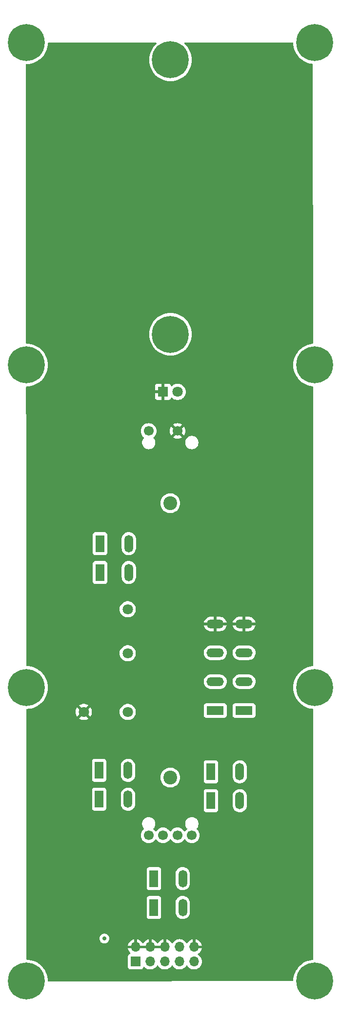
<source format=gbr>
%TF.GenerationSoftware,KiCad,Pcbnew,7.0.8*%
%TF.CreationDate,2023-11-15T13:51:47+01:00*%
%TF.ProjectId,module-rev1,6d6f6475-6c65-42d7-9265-76312e6b6963,rev?*%
%TF.SameCoordinates,Original*%
%TF.FileFunction,Copper,L2,Inr*%
%TF.FilePolarity,Positive*%
%FSLAX46Y46*%
G04 Gerber Fmt 4.6, Leading zero omitted, Abs format (unit mm)*
G04 Created by KiCad (PCBNEW 7.0.8) date 2023-11-15 13:51:47*
%MOMM*%
%LPD*%
G01*
G04 APERTURE LIST*
%TA.AperFunction,ComponentPad*%
%ADD10R,1.500000X3.000000*%
%TD*%
%TA.AperFunction,ComponentPad*%
%ADD11O,1.500000X3.000000*%
%TD*%
%TA.AperFunction,ComponentPad*%
%ADD12C,0.800000*%
%TD*%
%TA.AperFunction,ComponentPad*%
%ADD13C,6.400000*%
%TD*%
%TA.AperFunction,ComponentPad*%
%ADD14R,3.000000X1.500000*%
%TD*%
%TA.AperFunction,ComponentPad*%
%ADD15O,3.000000X1.500000*%
%TD*%
%TA.AperFunction,ComponentPad*%
%ADD16C,1.803400*%
%TD*%
%TA.AperFunction,ComponentPad*%
%ADD17C,1.700000*%
%TD*%
%TA.AperFunction,ComponentPad*%
%ADD18C,2.400000*%
%TD*%
%TA.AperFunction,ComponentPad*%
%ADD19R,1.800000X1.800000*%
%TD*%
%TA.AperFunction,ComponentPad*%
%ADD20C,1.800000*%
%TD*%
%TA.AperFunction,ComponentPad*%
%ADD21R,1.700000X1.700000*%
%TD*%
%TA.AperFunction,ComponentPad*%
%ADD22O,1.700000X1.700000*%
%TD*%
%TA.AperFunction,ViaPad*%
%ADD23C,0.700000*%
%TD*%
G04 APERTURE END LIST*
D10*
%TO.N,Net-(J502-Pin_1)*%
%TO.C,J502*%
X103470682Y-539623023D03*
X103470682Y-544623023D03*
D11*
%TO.N,Net-(J502-Pin_2)*%
X108470682Y-539623023D03*
X108470682Y-544623023D03*
%TD*%
D12*
%TO.N,N/C*%
%TO.C,H108*%
X88320682Y-452873023D03*
X89023626Y-451175967D03*
X89023626Y-454570079D03*
X90720682Y-450473023D03*
D13*
X90720682Y-452873023D03*
D12*
X90720682Y-455273023D03*
X92417738Y-451175967D03*
X92417738Y-454570079D03*
X93120682Y-452873023D03*
%TD*%
%TO.N,N/C*%
%TO.C,H108*%
X138320682Y-452873023D03*
X139023626Y-451175967D03*
X139023626Y-454570079D03*
X140720682Y-450473023D03*
D13*
X140720682Y-452873023D03*
D12*
X140720682Y-455273023D03*
X142417738Y-451175967D03*
X142417738Y-454570079D03*
X143120682Y-452873023D03*
%TD*%
D14*
%TO.N,unconnected-(U501-LOAD-1-Pad1)*%
%TO.C,U501*%
X123470682Y-568523023D03*
X128470682Y-568523023D03*
D15*
%TO.N,unconnected-(U501-LOAD-2-Pad2)*%
X123470682Y-563523023D03*
X128470682Y-563523023D03*
%TO.N,/module-master/SW_to_AQ-A_IN_0*%
X123470682Y-558523023D03*
X128470682Y-558523023D03*
%TO.N,_GND_0*%
X123470682Y-553523023D03*
X128470682Y-553523023D03*
%TD*%
D10*
%TO.N,/module-master/R_to_C_0*%
%TO.C,SW502*%
X122720682Y-579123023D03*
X122720682Y-584123023D03*
D11*
%TO.N,/module-master/SW_to_AQ-A_IN_0*%
X127720682Y-579123023D03*
X127720682Y-584123023D03*
%TD*%
D12*
%TO.N,N/C*%
%TO.C,H108*%
X88320682Y-564539689D03*
X89023626Y-562842633D03*
X89023626Y-566236745D03*
X90720682Y-562139689D03*
D13*
X90720682Y-564539689D03*
D12*
X90720682Y-566939689D03*
X92417738Y-562842633D03*
X92417738Y-566236745D03*
X93120682Y-564539689D03*
%TD*%
%TO.N,N/C*%
%TO.C,H108*%
X138320682Y-615373023D03*
X139023626Y-613675967D03*
X139023626Y-617070079D03*
X140720682Y-612973023D03*
D13*
X140720682Y-615373023D03*
D12*
X140720682Y-617773023D03*
X142417738Y-613675967D03*
X142417738Y-617070079D03*
X143120682Y-615373023D03*
%TD*%
%TO.N,N/C*%
%TO.C,H108*%
X113300682Y-503374689D03*
X114003626Y-501677633D03*
X114003626Y-505071745D03*
X115700682Y-500974689D03*
D13*
X115700682Y-503374689D03*
D12*
X115700682Y-505774689D03*
X117397738Y-501677633D03*
X117397738Y-505071745D03*
X118100682Y-503374689D03*
%TD*%
%TO.N,N/C*%
%TO.C,H108*%
X88320682Y-508706356D03*
X89023626Y-507009300D03*
X89023626Y-510403412D03*
X90720682Y-506306356D03*
D13*
X90720682Y-508706356D03*
D12*
X90720682Y-511106356D03*
X92417738Y-507009300D03*
X92417738Y-510403412D03*
X93120682Y-508706356D03*
%TD*%
D10*
%TO.N,/module-master/R_to_C_0*%
%TO.C,SW503*%
X103320682Y-578873023D03*
X103320682Y-583873023D03*
D11*
%TO.N,/module-master/A_to_ALQ305_0*%
X108320682Y-578873023D03*
X108320682Y-583873023D03*
%TD*%
D12*
%TO.N,N/C*%
%TO.C,H108*%
X113300682Y-455874689D03*
X114003626Y-454177633D03*
X114003626Y-457571745D03*
X115700682Y-453474689D03*
D13*
X115700682Y-455874689D03*
D12*
X115700682Y-458274689D03*
X117397738Y-454177633D03*
X117397738Y-457571745D03*
X118100682Y-455874689D03*
%TD*%
D16*
%TO.N,/module-master/A_to_ALQ305_0*%
%TO.C,K501*%
X108280682Y-568763023D03*
%TO.N,_GND_0*%
X100660682Y-568763023D03*
%TO.N,Net-(J502-Pin_2)*%
X108280682Y-558603023D03*
%TO.N,Net-(J502-Pin_1)*%
X108280682Y-550983023D03*
%TD*%
D12*
%TO.N,N/C*%
%TO.C,H108*%
X88320682Y-615373023D03*
X89023626Y-613675967D03*
X89023626Y-617070079D03*
X90720682Y-612973023D03*
D13*
X90720682Y-615373023D03*
D12*
X90720682Y-617773023D03*
X92417738Y-613675967D03*
X92417738Y-617070079D03*
X93120682Y-615373023D03*
%TD*%
%TO.N,N/C*%
%TO.C,H108*%
X138320682Y-564539689D03*
X139023626Y-562842633D03*
X139023626Y-566236745D03*
X140720682Y-562139689D03*
D13*
X140720682Y-564539689D03*
D12*
X140720682Y-566939689D03*
X142417738Y-562842633D03*
X142417738Y-566236745D03*
X143120682Y-564539689D03*
%TD*%
D10*
%TO.N,_GATE_0*%
%TO.C,SW501*%
X112820682Y-597623023D03*
X112820682Y-602623023D03*
D11*
%TO.N,_GATE_OUTPUT_0*%
X117820682Y-597623023D03*
X117820682Y-602623023D03*
%TD*%
D12*
%TO.N,N/C*%
%TO.C,H108*%
X138320682Y-508706356D03*
X139023626Y-507009300D03*
X139023626Y-510403412D03*
X140720682Y-506306356D03*
D13*
X140720682Y-508706356D03*
D12*
X140720682Y-511106356D03*
X142417738Y-507009300D03*
X142417738Y-510403412D03*
X143120682Y-508706356D03*
%TD*%
D17*
%TO.N,_CV_0*%
%TO.C,RV501*%
X116910682Y-590123023D03*
%TO.N,_CV_OUTPUT_0*%
X119410682Y-590123023D03*
%TO.N,_GND_0*%
X116910682Y-520123023D03*
%TO.N,N/C*%
X111910682Y-590123023D03*
X114410682Y-590123023D03*
D18*
X115660682Y-580123023D03*
X115660682Y-532623023D03*
D17*
X111910682Y-520123023D03*
%TD*%
D19*
%TO.N,_GND_0*%
%TO.C,D502*%
X114400682Y-513348023D03*
D20*
%TO.N,/module-master/R_to_KLED_0*%
X116940682Y-513348023D03*
%TD*%
D21*
%TO.N,_GATE_OUTPUT_0*%
%TO.C,J501*%
X109640682Y-611998023D03*
D22*
%TO.N,_GND_0*%
X109640682Y-609458023D03*
%TO.N,_GATE_0*%
X112180682Y-611998023D03*
%TO.N,_GND_0*%
X112180682Y-609458023D03*
%TO.N,_CV_OUTPUT_0*%
X114720682Y-611998023D03*
%TO.N,_GND_0*%
X114720682Y-609458023D03*
%TO.N,_RELAYS_0*%
X117260682Y-611998023D03*
%TO.N,_5VA_0*%
X117260682Y-609458023D03*
%TO.N,_CV_0*%
X119800682Y-611998023D03*
%TO.N,_GND_0*%
X119800682Y-609458023D03*
%TD*%
D23*
%TO.N,_GND_0*%
X138873062Y-544769689D03*
X133793062Y-590489689D03*
X98233062Y-560009689D03*
X113473062Y-593029689D03*
X133793062Y-509209689D03*
X121093062Y-519369689D03*
X131253062Y-471109689D03*
X108393062Y-471109689D03*
X98233062Y-514289689D03*
X123400682Y-602674689D03*
X128713062Y-506669689D03*
X110933062Y-575249689D03*
X105853062Y-580329689D03*
X138873062Y-476189689D03*
X138873062Y-593029689D03*
X123633062Y-460949689D03*
X108393062Y-547309689D03*
X133793062Y-468569689D03*
X100773062Y-539689689D03*
X105853062Y-577789689D03*
X136333062Y-567629689D03*
X100773062Y-608269689D03*
X108393062Y-537149689D03*
X98233062Y-567629689D03*
X123633062Y-509209689D03*
X126173062Y-460949689D03*
X95693062Y-521909689D03*
X126173062Y-610809689D03*
X133793062Y-593029689D03*
X105853062Y-524449689D03*
X123633062Y-504129689D03*
X128713062Y-613349689D03*
X103313062Y-463489689D03*
X108393062Y-463489689D03*
X98233062Y-554929689D03*
X93153062Y-570169689D03*
X95693062Y-499049689D03*
X123633062Y-511749689D03*
X118553062Y-488889689D03*
X133793062Y-570169689D03*
X98233062Y-562549689D03*
X116013062Y-565089689D03*
X103313062Y-473649689D03*
X113473062Y-582869689D03*
X100773062Y-547309689D03*
X105853062Y-595569689D03*
X131253062Y-468569689D03*
X123633062Y-570169689D03*
X133793062Y-466029689D03*
X100773062Y-493969689D03*
X105853062Y-514289689D03*
X128713062Y-499049689D03*
X128713062Y-455869689D03*
X133793062Y-504129689D03*
X126173062Y-458409689D03*
X136333062Y-491429689D03*
X121093062Y-496509689D03*
X126173062Y-514289689D03*
X100773062Y-486349689D03*
X95693062Y-590489689D03*
X123633062Y-544769689D03*
X95693062Y-595569689D03*
X121093062Y-455869689D03*
X126173062Y-542229689D03*
X108393062Y-529529689D03*
X98233062Y-608269689D03*
X95693062Y-529529689D03*
X105853062Y-481269689D03*
X110933062Y-565089689D03*
X93153062Y-552389689D03*
X123633062Y-539689689D03*
X95693062Y-570169689D03*
X110933062Y-501589689D03*
X116013062Y-516829689D03*
X116013062Y-471109689D03*
X136333062Y-463489689D03*
X93153062Y-554929689D03*
X103313062Y-496509689D03*
X126173062Y-526989689D03*
X118553062Y-486349689D03*
X133793062Y-608269689D03*
X121093062Y-565089689D03*
X118553062Y-532069689D03*
X103313062Y-511749689D03*
X110933062Y-476189689D03*
X95693062Y-524449689D03*
X93153062Y-534609689D03*
X93153062Y-590489689D03*
X93153062Y-532069689D03*
X95693062Y-534609689D03*
X138873062Y-499049689D03*
X136333062Y-483809689D03*
X108393062Y-473649689D03*
X121093062Y-506669689D03*
X103313062Y-488889689D03*
X105853062Y-509209689D03*
X133793062Y-554929689D03*
X131253062Y-460949689D03*
X118553062Y-605729689D03*
X98233062Y-580329689D03*
X98233062Y-542229689D03*
X128713062Y-537149689D03*
X103313062Y-534609689D03*
X93153062Y-514289689D03*
X110933062Y-509209689D03*
X108393062Y-466029689D03*
X93153062Y-466029689D03*
X93153062Y-549849689D03*
X103313062Y-458409689D03*
X138873062Y-595569689D03*
X133793062Y-544769689D03*
X103313062Y-532069689D03*
X95693062Y-466029689D03*
X131253062Y-598109689D03*
X110933062Y-471109689D03*
X103313062Y-514289689D03*
X93153062Y-496509689D03*
X121093062Y-499049689D03*
X93153062Y-605729689D03*
X131253062Y-514289689D03*
X93153062Y-460949689D03*
X136333062Y-511749689D03*
X105853062Y-598109689D03*
X98233062Y-460949689D03*
X110933062Y-486349689D03*
X98233062Y-455869689D03*
X98233062Y-524449689D03*
X103313062Y-466029689D03*
X113473062Y-567629689D03*
X133793062Y-496509689D03*
X95693062Y-547309689D03*
X103313062Y-537149689D03*
X136333062Y-516829689D03*
X123633062Y-516829689D03*
X138873062Y-516829689D03*
X108393062Y-534609689D03*
X138873062Y-519369689D03*
X113473062Y-524449689D03*
X131253062Y-521909689D03*
X108393062Y-509209689D03*
X100773062Y-468569689D03*
X105853062Y-463489689D03*
X113473062Y-557469689D03*
X121093062Y-526989689D03*
X138873062Y-481269689D03*
X103313062Y-529529689D03*
X95693062Y-526989689D03*
X93153062Y-524449689D03*
X138873062Y-534609689D03*
X121093062Y-532069689D03*
X116013062Y-557469689D03*
X121093062Y-542229689D03*
X116013062Y-542229689D03*
X103313062Y-610809689D03*
X105853062Y-605729689D03*
X93153062Y-587949689D03*
X138873062Y-524449689D03*
X108393062Y-481269689D03*
X108393062Y-554929689D03*
X116013062Y-529529689D03*
X133793062Y-519369689D03*
X113473062Y-542229689D03*
X113473062Y-493969689D03*
X121093062Y-529529689D03*
X113473062Y-554929689D03*
X138873062Y-542229689D03*
X100773062Y-565089689D03*
X136333062Y-519369689D03*
X133793062Y-534609689D03*
X138873062Y-598109689D03*
X131253062Y-496509689D03*
X116013062Y-598109689D03*
X113473062Y-509209689D03*
X95693062Y-468569689D03*
X98233062Y-577789689D03*
X118553062Y-572709689D03*
X136333062Y-560009689D03*
X116013062Y-496509689D03*
X123633062Y-491429689D03*
X128713062Y-463489689D03*
X118553062Y-526989689D03*
X121093062Y-486349689D03*
X93153062Y-582869689D03*
X98233062Y-570169689D03*
X138873062Y-486349689D03*
X126173062Y-613349689D03*
X93153062Y-557469689D03*
X138873062Y-552389689D03*
X138873062Y-529529689D03*
X103313062Y-504129689D03*
X108393062Y-562549689D03*
X108393062Y-501589689D03*
X105853062Y-575249689D03*
X110933062Y-544769689D03*
X93153062Y-493969689D03*
X103313062Y-460949689D03*
X123633062Y-587949689D03*
X118553062Y-542229689D03*
X113473062Y-547309689D03*
X136333062Y-557469689D03*
X105853062Y-526989689D03*
X138873062Y-554929689D03*
X95693062Y-539689689D03*
X98233062Y-572709689D03*
X110933062Y-560009689D03*
X131253062Y-610809689D03*
X95693062Y-504129689D03*
X95693062Y-476189689D03*
X123633062Y-496509689D03*
X95693062Y-478729689D03*
X126173062Y-524449689D03*
X126173062Y-483809689D03*
X133793062Y-577789689D03*
X113473062Y-532069689D03*
X100773062Y-509209689D03*
X113473062Y-526989689D03*
X105853062Y-499049689D03*
X108393062Y-506669689D03*
X121093062Y-549849689D03*
X113473062Y-473649689D03*
X93153062Y-488889689D03*
X136333062Y-532069689D03*
X136333062Y-544769689D03*
X133793062Y-511749689D03*
X121093062Y-463489689D03*
X136333062Y-598109689D03*
X98233062Y-605729689D03*
X93153062Y-575249689D03*
X133793062Y-582869689D03*
X100773062Y-473649689D03*
X98233062Y-595569689D03*
X110933062Y-585409689D03*
X133793062Y-547309689D03*
X100773062Y-598109689D03*
X123633062Y-600649689D03*
X136333062Y-575249689D03*
X133793062Y-524449689D03*
X123633062Y-537149689D03*
X110933062Y-532069689D03*
X98233062Y-600649689D03*
X95693062Y-501589689D03*
X93153062Y-501589689D03*
X136333062Y-524449689D03*
X138873062Y-504129689D03*
X113473062Y-468569689D03*
X128713062Y-539689689D03*
X133793062Y-488889689D03*
X110933062Y-468569689D03*
X118553062Y-539689689D03*
X103313062Y-587949689D03*
X95693062Y-593029689D03*
X103313062Y-521909689D03*
X133793062Y-476189689D03*
X93153062Y-471109689D03*
X131253062Y-501589689D03*
X105853062Y-486349689D03*
X136333062Y-539689689D03*
X123633062Y-499049689D03*
X113473062Y-577789689D03*
X123633062Y-488889689D03*
X136333062Y-488889689D03*
X110933062Y-603189689D03*
X100773062Y-466029689D03*
X138873062Y-514289689D03*
X118553062Y-516829689D03*
X126173062Y-552389689D03*
X118553062Y-466029689D03*
X138873062Y-458409689D03*
X108393062Y-478729689D03*
X100773062Y-549849689D03*
X103313062Y-526989689D03*
X100773062Y-501589689D03*
X113473062Y-585409689D03*
X128713062Y-466029689D03*
X110933062Y-516829689D03*
X128713062Y-486349689D03*
X95693062Y-603189689D03*
X118553062Y-565089689D03*
X116013062Y-552389689D03*
X105853062Y-587949689D03*
X128713062Y-605729689D03*
X136333062Y-613349689D03*
X121093062Y-534609689D03*
X108393062Y-493969689D03*
X110933062Y-481269689D03*
X126173062Y-486349689D03*
X100773062Y-613349689D03*
X121093062Y-524449689D03*
X110933062Y-562549689D03*
X121093062Y-466029689D03*
X95693062Y-580329689D03*
X93153062Y-491429689D03*
X95693062Y-582869689D03*
X131253062Y-504129689D03*
X113473062Y-562549689D03*
X136333062Y-509209689D03*
X108393062Y-526989689D03*
X100773062Y-463489689D03*
X95693062Y-565089689D03*
X98233062Y-521909689D03*
X123633062Y-471109689D03*
X138873062Y-582869689D03*
X103313062Y-493969689D03*
X100773062Y-483809689D03*
X93153062Y-478729689D03*
X110933062Y-488889689D03*
X138873062Y-483809689D03*
X121093062Y-471109689D03*
X103313062Y-468569689D03*
X136333062Y-542229689D03*
X116013062Y-547309689D03*
X108393062Y-532069689D03*
X118553062Y-544769689D03*
X95693062Y-610809689D03*
X136333062Y-590489689D03*
X118553062Y-560009689D03*
X105853062Y-539689689D03*
X136333062Y-471109689D03*
X108393062Y-460949689D03*
X98233062Y-499049689D03*
X110933062Y-496509689D03*
X138873062Y-478729689D03*
X100773062Y-562549689D03*
X138873062Y-577789689D03*
X128713062Y-516829689D03*
X116013062Y-476189689D03*
X138873062Y-549849689D03*
X116013062Y-493969689D03*
X108393062Y-565089689D03*
X110933062Y-542229689D03*
X116013062Y-499049689D03*
X108393062Y-486349689D03*
X113473062Y-483809689D03*
X110933062Y-593029689D03*
X123633062Y-572709689D03*
X133793062Y-532069689D03*
X136333062Y-552389689D03*
X100773062Y-481269689D03*
X116013062Y-567629689D03*
X113473062Y-537149689D03*
X113473062Y-488889689D03*
X98233062Y-549849689D03*
X108393062Y-598109689D03*
X93153062Y-593029689D03*
X108393062Y-488889689D03*
X123633062Y-478729689D03*
X123633062Y-529529689D03*
X118553062Y-491429689D03*
X136333062Y-481269689D03*
X98233062Y-526989689D03*
X128713062Y-603189689D03*
X105853062Y-534609689D03*
X100773062Y-455869689D03*
X126173062Y-499049689D03*
X128713062Y-544769689D03*
X123633062Y-549849689D03*
X138873062Y-521909689D03*
X121093062Y-537149689D03*
X113473062Y-549849689D03*
X118553062Y-580329689D03*
X108393062Y-458409689D03*
X113473062Y-580329689D03*
X95693062Y-587949689D03*
X93153062Y-519369689D03*
X118553062Y-511749689D03*
X100773062Y-575249689D03*
X126173062Y-476189689D03*
X126173062Y-493969689D03*
X128713062Y-542229689D03*
X108393062Y-483809689D03*
X116013062Y-466029689D03*
X98233062Y-466029689D03*
X136333062Y-534609689D03*
X93153062Y-585409689D03*
X103313062Y-483809689D03*
X136333062Y-595569689D03*
X126173062Y-481269689D03*
X131253062Y-486349689D03*
X108393062Y-514289689D03*
X105853062Y-603189689D03*
X123633062Y-466029689D03*
X123633062Y-458409689D03*
X131253062Y-493969689D03*
X105853062Y-585409689D03*
X110933062Y-504129689D03*
X95693062Y-562549689D03*
X136333062Y-600649689D03*
X95693062Y-572709689D03*
X128713062Y-532069689D03*
X128713062Y-496509689D03*
X133793062Y-552389689D03*
X121093062Y-473649689D03*
X136333062Y-585409689D03*
X121093062Y-562549689D03*
X95693062Y-585409689D03*
X100773062Y-537149689D03*
X113473062Y-534609689D03*
X138873062Y-570169689D03*
X110933062Y-537149689D03*
X95693062Y-532069689D03*
X95693062Y-516829689D03*
X98233062Y-582869689D03*
X105853062Y-552389689D03*
X93153062Y-547309689D03*
X116013062Y-509209689D03*
X95693062Y-491429689D03*
X136333062Y-504129689D03*
X128713062Y-460949689D03*
X131253062Y-600649689D03*
X121093062Y-488889689D03*
X116013062Y-539689689D03*
X113473062Y-463489689D03*
X95693062Y-608269689D03*
X93153062Y-610809689D03*
X131253062Y-595569689D03*
X100773062Y-519369689D03*
X118553062Y-557469689D03*
X103313062Y-486349689D03*
X131253062Y-613349689D03*
X118553062Y-509209689D03*
X121093062Y-481269689D03*
X95693062Y-493969689D03*
X123633062Y-468569689D03*
X93153062Y-526989689D03*
X136333062Y-603189689D03*
X105853062Y-562549689D03*
X116013062Y-560009689D03*
X100773062Y-460949689D03*
X136333062Y-493969689D03*
X126173062Y-496509689D03*
X121093062Y-478729689D03*
X133793062Y-478729689D03*
X128713062Y-491429689D03*
X98233062Y-473649689D03*
X128713062Y-511749689D03*
X103313062Y-501589689D03*
X126173062Y-511749689D03*
X131253062Y-516829689D03*
X110933062Y-460949689D03*
X113473062Y-481269689D03*
X110933062Y-539689689D03*
X113473062Y-471109689D03*
X110933062Y-572709689D03*
X98233062Y-496509689D03*
X136333062Y-608269689D03*
X121093062Y-572709689D03*
X116013062Y-486349689D03*
X100773062Y-557469689D03*
X103313062Y-557469689D03*
X105853062Y-542229689D03*
X105853062Y-473649689D03*
X118553062Y-496509689D03*
X98233062Y-463489689D03*
X105853062Y-460949689D03*
X98233062Y-547309689D03*
X128713062Y-476189689D03*
X133793062Y-549849689D03*
X123633062Y-486349689D03*
X126173062Y-488889689D03*
X95693062Y-455869689D03*
X138873062Y-610809689D03*
X98233062Y-491429689D03*
X108393062Y-521909689D03*
X100773062Y-577789689D03*
X100773062Y-471109689D03*
X136333062Y-460949689D03*
X131253062Y-473649689D03*
X113473062Y-460949689D03*
X121093062Y-509209689D03*
X110933062Y-473649689D03*
X93153062Y-483809689D03*
X128713062Y-529529689D03*
X105853062Y-455869689D03*
X113473062Y-539689689D03*
X93153062Y-560009689D03*
X138873062Y-532069689D03*
X95693062Y-511749689D03*
X95693062Y-509209689D03*
X95693062Y-519369689D03*
X133793062Y-603189689D03*
X95693062Y-471109689D03*
X105853062Y-554929689D03*
X110933062Y-524449689D03*
X95693062Y-463489689D03*
X100773062Y-610809689D03*
X131253062Y-605729689D03*
X128713062Y-473649689D03*
X123633062Y-501589689D03*
X98233062Y-593029689D03*
X110933062Y-491429689D03*
X136333062Y-496509689D03*
X95693062Y-577789689D03*
X133793062Y-526989689D03*
X100773062Y-605729689D03*
X116013062Y-521909689D03*
X103313062Y-499049689D03*
X93153062Y-595569689D03*
X138873062Y-460949689D03*
X95693062Y-506669689D03*
X128713062Y-504129689D03*
X108393062Y-468569689D03*
X133793062Y-499049689D03*
X136333062Y-537149689D03*
X138873062Y-501589689D03*
X131253062Y-603189689D03*
X103313062Y-524449689D03*
X126173062Y-466029689D03*
X133793062Y-600649689D03*
X131253062Y-483809689D03*
X128713062Y-534609689D03*
X133793062Y-613349689D03*
X98233062Y-575249689D03*
X123633062Y-506669689D03*
X133793062Y-463489689D03*
X128713062Y-519369689D03*
X93153062Y-572709689D03*
X108393062Y-519369689D03*
X133793062Y-481269689D03*
X113473062Y-466029689D03*
X110933062Y-526989689D03*
X133793062Y-595569689D03*
X105853062Y-496509689D03*
X98233062Y-587949689D03*
X123633062Y-526989689D03*
X100773062Y-534609689D03*
X118553062Y-483809689D03*
X98233062Y-590489689D03*
X110933062Y-577789689D03*
X133793062Y-486349689D03*
X128713062Y-488889689D03*
X93153062Y-603189689D03*
X116013062Y-595569689D03*
X128713062Y-549849689D03*
X118553062Y-499049689D03*
X95693062Y-575249689D03*
X95693062Y-496509689D03*
X108393062Y-476189689D03*
X93153062Y-580329689D03*
X123633062Y-524449689D03*
X105853062Y-493969689D03*
X113473062Y-560009689D03*
X133793062Y-557469689D03*
X121093062Y-552389689D03*
X93153062Y-529529689D03*
X95693062Y-567629689D03*
X108393062Y-455869689D03*
X110933062Y-511749689D03*
X108393062Y-499049689D03*
X95693062Y-605729689D03*
X95693062Y-613349689D03*
X126173062Y-516829689D03*
X118553062Y-481269689D03*
X123633062Y-493969689D03*
X118553062Y-463489689D03*
X128713062Y-478729689D03*
X110933062Y-549849689D03*
X98233062Y-481269689D03*
X95693062Y-537149689D03*
X105853062Y-488889689D03*
X93153062Y-486349689D03*
X98233062Y-476189689D03*
X100773062Y-542229689D03*
X126173062Y-491429689D03*
X133793062Y-483809689D03*
X98233062Y-532069689D03*
X113473062Y-491429689D03*
X128713062Y-526989689D03*
X110933062Y-483809689D03*
X123633062Y-481269689D03*
X138873062Y-493969689D03*
X93153062Y-481269689D03*
X105853062Y-565089689D03*
X100773062Y-488889689D03*
X123633062Y-455869689D03*
X131253062Y-466029689D03*
X103313062Y-552389689D03*
X105853062Y-516829689D03*
X110933062Y-506669689D03*
X121093062Y-567629689D03*
X113473062Y-552389689D03*
X98233062Y-585409689D03*
X98233062Y-458409689D03*
X116013062Y-478729689D03*
X138873062Y-496509689D03*
X126173062Y-519369689D03*
X133793062Y-460949689D03*
X126173062Y-537149689D03*
X93153062Y-458409689D03*
X138873062Y-587949689D03*
X100773062Y-524449689D03*
X136333062Y-501589689D03*
X126173062Y-506669689D03*
X105853062Y-529529689D03*
X93153062Y-521909689D03*
X121093062Y-585409689D03*
X133793062Y-565089689D03*
X123633062Y-463489689D03*
X131253062Y-458409689D03*
X123633062Y-476189689D03*
X105853062Y-471109689D03*
X116013062Y-524449689D03*
X110933062Y-582869689D03*
X105853062Y-491429689D03*
X138873062Y-547309689D03*
X128713062Y-547309689D03*
X118553062Y-554929689D03*
X126173062Y-455869689D03*
X103313062Y-519369689D03*
X98233062Y-471109689D03*
X110933062Y-463489689D03*
X123633062Y-547309689D03*
X121093062Y-557469689D03*
X128713062Y-575249689D03*
X123633062Y-542229689D03*
X133793062Y-506669689D03*
X121093062Y-468569689D03*
X95693062Y-488889689D03*
X105853062Y-582869689D03*
X138873062Y-539689689D03*
X131253062Y-593029689D03*
X136333062Y-476189689D03*
X138873062Y-488889689D03*
X100773062Y-593029689D03*
X126173062Y-504129689D03*
X93153062Y-600649689D03*
X138873062Y-590489689D03*
X128713062Y-509209689D03*
X98233062Y-478729689D03*
X123633062Y-534609689D03*
X93153062Y-539689689D03*
X93153062Y-473649689D03*
X116013062Y-554929689D03*
X98233062Y-519369689D03*
X138873062Y-585409689D03*
X128713062Y-514289689D03*
X98233062Y-468569689D03*
X138873062Y-605729689D03*
X136333062Y-473649689D03*
X105853062Y-557469689D03*
X110933062Y-466029689D03*
X126173062Y-534609689D03*
X133793062Y-491429689D03*
X116013062Y-549849689D03*
X118553062Y-534609689D03*
X126173062Y-554929689D03*
X93153062Y-577789689D03*
X118553062Y-493969689D03*
X110933062Y-595569689D03*
X110933062Y-547309689D03*
X121093062Y-560009689D03*
X128713062Y-458409689D03*
X100773062Y-504129689D03*
X95693062Y-458409689D03*
X136333062Y-486349689D03*
X133793062Y-514289689D03*
X123633062Y-521909689D03*
X118553062Y-547309689D03*
X118553062Y-473649689D03*
X103313062Y-549849689D03*
X121093062Y-491429689D03*
X108393062Y-524449689D03*
X123633062Y-473649689D03*
X105853062Y-478729689D03*
X105853062Y-504129689D03*
X118553062Y-570169689D03*
X118553062Y-524449689D03*
X105853062Y-511749689D03*
X95693062Y-542229689D03*
X103313062Y-476189689D03*
X100773062Y-603189689D03*
X105853062Y-483809689D03*
X118553062Y-567629689D03*
X95693062Y-554929689D03*
X131253062Y-478729689D03*
X133793062Y-587949689D03*
X103313062Y-516829689D03*
X113473062Y-529529689D03*
X105853062Y-610809689D03*
X113473062Y-499049689D03*
X105853062Y-519369689D03*
X100773062Y-496509689D03*
X103313062Y-560009689D03*
X133793062Y-537149689D03*
X121093062Y-504129689D03*
X98233062Y-565089689D03*
X131253062Y-463489689D03*
X116013062Y-481269689D03*
X95693062Y-544769689D03*
X100773062Y-506669689D03*
X121093062Y-476189689D03*
X133793062Y-455869689D03*
X136333062Y-455869689D03*
X105853062Y-532069689D03*
X128713062Y-570169689D03*
X98233062Y-483809689D03*
X95693062Y-486349689D03*
X105853062Y-476189689D03*
X133793062Y-572709689D03*
X108393062Y-504129689D03*
X93153062Y-476189689D03*
X136333062Y-587949689D03*
X131253062Y-506669689D03*
X133793062Y-493969689D03*
X116013062Y-544769689D03*
X136333062Y-529529689D03*
X131253062Y-488889689D03*
X133793062Y-560009689D03*
X133793062Y-605729689D03*
X116013062Y-537149689D03*
X123633062Y-514289689D03*
X118553062Y-552389689D03*
X118553062Y-478729689D03*
X128713062Y-481269689D03*
X98233062Y-557469689D03*
X105853062Y-458409689D03*
X118553062Y-562549689D03*
X133793062Y-521909689D03*
X128713062Y-483809689D03*
X116013062Y-491429689D03*
X110933062Y-514289689D03*
X136333062Y-572709689D03*
X131253062Y-524449689D03*
X103313062Y-455869689D03*
X105853062Y-466029689D03*
X138873062Y-468569689D03*
X95693062Y-481269689D03*
X131253062Y-499049689D03*
X123633062Y-532069689D03*
X95693062Y-460949689D03*
X123633062Y-483809689D03*
X105853062Y-521909689D03*
X98233062Y-501589689D03*
X133793062Y-610809689D03*
X121093062Y-575249689D03*
X118553062Y-529529689D03*
X118553062Y-537149689D03*
X105853062Y-544769689D03*
X110933062Y-605729689D03*
X103313062Y-565089689D03*
X93153062Y-544769689D03*
X138873062Y-603189689D03*
X98233062Y-603189689D03*
X136333062Y-577789689D03*
X113473062Y-575249689D03*
X128713062Y-471109689D03*
X100773062Y-587949689D03*
X128713062Y-610809689D03*
X133793062Y-473649689D03*
X98233062Y-598109689D03*
X121093062Y-570169689D03*
X95693062Y-514289689D03*
X93153062Y-499049689D03*
X136333062Y-478729689D03*
X121093062Y-460949689D03*
X98233062Y-534609689D03*
X136333062Y-565089689D03*
X133793062Y-501589689D03*
X100773062Y-529529689D03*
X100773062Y-585409689D03*
X133793062Y-471109689D03*
X105853062Y-593029689D03*
X103313062Y-471109689D03*
X118553062Y-471109689D03*
X103313062Y-567629689D03*
X138873062Y-473649689D03*
X136333062Y-570169689D03*
X131253062Y-519369689D03*
X113473062Y-565089689D03*
X100773062Y-560009689D03*
X110933062Y-554929689D03*
X116013062Y-526989689D03*
X93153062Y-542229689D03*
X110933062Y-534609689D03*
X131253062Y-491429689D03*
X98233062Y-493969689D03*
X118553062Y-460949689D03*
X116013062Y-593029689D03*
X133793062Y-458409689D03*
X100773062Y-526989689D03*
X126173062Y-532069689D03*
X95693062Y-557469689D03*
X98233062Y-544769689D03*
X103313062Y-481269689D03*
X123633062Y-575249689D03*
X133793062Y-575249689D03*
X113473062Y-478729689D03*
X110933062Y-493969689D03*
X105853062Y-537149689D03*
X136333062Y-554929689D03*
X95693062Y-483809689D03*
X128713062Y-608269689D03*
X113473062Y-544769689D03*
X93153062Y-608269689D03*
X116013062Y-488889689D03*
X105853062Y-506669689D03*
X103313062Y-613349689D03*
X136333062Y-458409689D03*
X133793062Y-542229689D03*
X121093062Y-493969689D03*
X136333062Y-580329689D03*
X136333062Y-547309689D03*
X133793062Y-567629689D03*
X100773062Y-491429689D03*
X100773062Y-516829689D03*
X126173062Y-509209689D03*
X128713062Y-501589689D03*
X100773062Y-476189689D03*
X126173062Y-471109689D03*
X113473062Y-486349689D03*
X126173062Y-539689689D03*
X100773062Y-552389689D03*
X100773062Y-478729689D03*
X100773062Y-499049689D03*
X93153062Y-463489689D03*
X126173062Y-478729689D03*
X116013062Y-570169689D03*
X100773062Y-590489689D03*
X100773062Y-595569689D03*
X116013062Y-460949689D03*
X98233062Y-552389689D03*
X126173062Y-501589689D03*
X136333062Y-521909689D03*
X131253062Y-509209689D03*
X116013062Y-600649689D03*
X123633062Y-613349689D03*
X138873062Y-560009689D03*
X138873062Y-471109689D03*
X131253062Y-608269689D03*
X121093062Y-554929689D03*
X93153062Y-598109689D03*
X136333062Y-499049689D03*
X98233062Y-613349689D03*
X118553062Y-549849689D03*
X133793062Y-585409689D03*
X98233062Y-509209689D03*
X133793062Y-539689689D03*
X138873062Y-608269689D03*
X126173062Y-473649689D03*
X138873062Y-491429689D03*
X98233062Y-537149689D03*
X136333062Y-605729689D03*
X93153062Y-504129689D03*
X110933062Y-478729689D03*
X136333062Y-514289689D03*
X116013062Y-562549689D03*
X126173062Y-549849689D03*
X100773062Y-458409689D03*
X105853062Y-600649689D03*
X126173062Y-529529689D03*
X131253062Y-476189689D03*
X131253062Y-455869689D03*
X108393062Y-491429689D03*
X128000682Y-588374689D03*
X110933062Y-552389689D03*
X138873062Y-526989689D03*
X126173062Y-544769689D03*
X98233062Y-506669689D03*
X110933062Y-557469689D03*
X105853062Y-468569689D03*
X128713062Y-572709689D03*
X105853062Y-613349689D03*
X98233062Y-539689689D03*
X133793062Y-580329689D03*
X131253062Y-511749689D03*
X113473062Y-496509689D03*
X110933062Y-580329689D03*
X121093062Y-544769689D03*
X113473062Y-516829689D03*
X95693062Y-560009689D03*
X133793062Y-562549689D03*
X93153062Y-516829689D03*
X121093062Y-483809689D03*
X121093062Y-539689689D03*
X126173062Y-547309689D03*
X136333062Y-562549689D03*
X128713062Y-468569689D03*
X100773062Y-532069689D03*
X98233062Y-488889689D03*
X108393062Y-496509689D03*
X126173062Y-468569689D03*
X98233062Y-486349689D03*
X110933062Y-458409689D03*
X98233062Y-504129689D03*
X133793062Y-529529689D03*
X138873062Y-537149689D03*
X121093062Y-501589689D03*
X100773062Y-600649689D03*
X108393062Y-516829689D03*
X93153062Y-468569689D03*
X136333062Y-582869689D03*
X136333062Y-526989689D03*
X100773062Y-582869689D03*
X110933062Y-529529689D03*
X136333062Y-610809689D03*
X103313062Y-509209689D03*
X103313062Y-554929689D03*
X103313062Y-562549689D03*
X121093062Y-547309689D03*
X136333062Y-506669689D03*
X128713062Y-493969689D03*
X95693062Y-552389689D03*
X136333062Y-468569689D03*
X136333062Y-466029689D03*
X138873062Y-463489689D03*
X100773062Y-544769689D03*
X105853062Y-501589689D03*
X93153062Y-537149689D03*
X138873062Y-557469689D03*
X138873062Y-572709689D03*
X133793062Y-598109689D03*
X100773062Y-580329689D03*
X100773062Y-521909689D03*
X116013062Y-468569689D03*
X105853062Y-560009689D03*
X116013062Y-473649689D03*
X138873062Y-580329689D03*
X110933062Y-499049689D03*
X128713062Y-521909689D03*
X113473062Y-476189689D03*
X138873062Y-600649689D03*
X100773062Y-554929689D03*
X138873062Y-466029689D03*
X138873062Y-575249689D03*
X100773062Y-572709689D03*
X103313062Y-506669689D03*
X95693062Y-600649689D03*
X121093062Y-458409689D03*
X110933062Y-455869689D03*
X103313062Y-478729689D03*
X116013062Y-463489689D03*
X126173062Y-463489689D03*
X95693062Y-549849689D03*
X100773062Y-514289689D03*
X118553062Y-468569689D03*
X100773062Y-511749689D03*
X118553062Y-476189689D03*
X95693062Y-473649689D03*
X108393062Y-511749689D03*
X95693062Y-598109689D03*
X103313062Y-491429689D03*
X133793062Y-516829689D03*
X98233062Y-610809689D03*
X131253062Y-481269689D03*
X136333062Y-593029689D03*
X116013062Y-483809689D03*
X136333062Y-549849689D03*
X98233062Y-516829689D03*
X98233062Y-529529689D03*
X98233062Y-511749689D03*
%TO.N,_5VA_0*%
X104220682Y-607998023D03*
%TD*%
%TA.AperFunction,Conductor*%
%TO.N,_GND_0*%
G36*
X111721189Y-609248179D02*
G01*
X111680682Y-609386134D01*
X111680682Y-609529912D01*
X111721189Y-609667867D01*
X111746996Y-609708023D01*
X110074368Y-609708023D01*
X110100175Y-609667867D01*
X110140682Y-609529912D01*
X110140682Y-609386134D01*
X110100175Y-609248179D01*
X110074368Y-609208023D01*
X111746996Y-609208023D01*
X111721189Y-609248179D01*
G37*
%TD.AperFunction*%
%TA.AperFunction,Conductor*%
G36*
X114261189Y-609248179D02*
G01*
X114220682Y-609386134D01*
X114220682Y-609529912D01*
X114261189Y-609667867D01*
X114286996Y-609708023D01*
X112614368Y-609708023D01*
X112640175Y-609667867D01*
X112680682Y-609529912D01*
X112680682Y-609386134D01*
X112640175Y-609248179D01*
X112614368Y-609208023D01*
X114286996Y-609208023D01*
X114261189Y-609248179D01*
G37*
%TD.AperFunction*%
%TA.AperFunction,Conductor*%
G36*
X113242095Y-452894374D02*
G01*
X113287850Y-452947178D01*
X113297794Y-453016336D01*
X113268769Y-453079892D01*
X113253091Y-453095055D01*
X113221179Y-453120896D01*
X113221162Y-453120911D01*
X112946904Y-453395169D01*
X112946897Y-453395177D01*
X112702804Y-453696606D01*
X112491559Y-454021895D01*
X112315469Y-454367491D01*
X112176470Y-454729594D01*
X112076079Y-455104259D01*
X112076079Y-455104261D01*
X112015404Y-455487349D01*
X111995104Y-455874688D01*
X111995104Y-455874689D01*
X112015404Y-456262028D01*
X112076079Y-456645116D01*
X112076079Y-456645118D01*
X112176470Y-457019783D01*
X112315469Y-457381886D01*
X112491559Y-457727482D01*
X112702804Y-458052771D01*
X112702806Y-458052773D01*
X112946901Y-458354205D01*
X113221166Y-458628470D01*
X113221170Y-458628473D01*
X113522599Y-458872566D01*
X113847888Y-459083811D01*
X113847893Y-459083814D01*
X114193488Y-459259903D01*
X114555595Y-459398903D01*
X114930249Y-459499291D01*
X115313344Y-459559967D01*
X115679258Y-459579144D01*
X115700681Y-459580267D01*
X115700682Y-459580267D01*
X115700683Y-459580267D01*
X115720983Y-459579203D01*
X116088020Y-459559967D01*
X116471115Y-459499291D01*
X116845769Y-459398903D01*
X117207876Y-459259903D01*
X117553471Y-459083814D01*
X117878766Y-458872565D01*
X118180198Y-458628470D01*
X118454463Y-458354205D01*
X118698558Y-458052773D01*
X118909807Y-457727478D01*
X119085896Y-457381883D01*
X119224896Y-457019776D01*
X119325284Y-456645122D01*
X119385960Y-456262027D01*
X119406260Y-455874689D01*
X119385960Y-455487351D01*
X119325284Y-455104256D01*
X119224896Y-454729602D01*
X119085896Y-454367495D01*
X118909807Y-454021900D01*
X118909804Y-454021895D01*
X118698559Y-453696606D01*
X118454466Y-453395177D01*
X118454463Y-453395173D01*
X118180198Y-453120908D01*
X118180193Y-453120904D01*
X118180184Y-453120896D01*
X118148273Y-453095055D01*
X118108561Y-453037569D01*
X118106233Y-452967738D01*
X118142028Y-452907734D01*
X118204581Y-452876607D01*
X118226308Y-452874689D01*
X136897520Y-452874689D01*
X136964559Y-452894374D01*
X137010314Y-452947178D01*
X137021349Y-452992198D01*
X137035404Y-453260361D01*
X137096080Y-453643456D01*
X137110321Y-453696606D01*
X137196470Y-454018117D01*
X137335469Y-454380220D01*
X137511559Y-454725816D01*
X137722804Y-455051105D01*
X137765849Y-455104261D01*
X137966901Y-455352539D01*
X138241166Y-455626804D01*
X138241170Y-455626807D01*
X138542599Y-455870900D01*
X138548434Y-455874689D01*
X138867893Y-456082148D01*
X139213488Y-456258237D01*
X139575595Y-456397237D01*
X139950249Y-456497625D01*
X140298418Y-456552769D01*
X140361552Y-456582698D01*
X140398484Y-456642009D01*
X140403020Y-456675166D01*
X140432696Y-504899360D01*
X140413053Y-504966411D01*
X140360277Y-505012199D01*
X140328094Y-505021909D01*
X139950254Y-505081753D01*
X139950252Y-505081753D01*
X139575587Y-505182144D01*
X139213484Y-505321143D01*
X138867888Y-505497233D01*
X138542599Y-505708478D01*
X138241170Y-505952571D01*
X138241162Y-505952578D01*
X137966904Y-506226836D01*
X137966897Y-506226844D01*
X137722804Y-506528273D01*
X137511559Y-506853562D01*
X137335469Y-507199158D01*
X137196470Y-507561261D01*
X137096079Y-507935926D01*
X137096079Y-507935928D01*
X137035404Y-508319016D01*
X137015104Y-508706355D01*
X137015104Y-508706356D01*
X137035404Y-509093695D01*
X137096079Y-509476783D01*
X137096079Y-509476785D01*
X137196470Y-509851450D01*
X137335469Y-510213553D01*
X137511559Y-510559149D01*
X137722804Y-510884438D01*
X137722806Y-510884440D01*
X137966901Y-511185872D01*
X138241166Y-511460137D01*
X138241170Y-511460140D01*
X138542599Y-511704233D01*
X138867888Y-511915478D01*
X138867893Y-511915481D01*
X139213488Y-512091570D01*
X139575595Y-512230570D01*
X139950249Y-512330958D01*
X140332782Y-512391545D01*
X140395914Y-512421473D01*
X140432846Y-512480784D01*
X140437382Y-512513941D01*
X140467053Y-560729655D01*
X140447410Y-560796706D01*
X140394634Y-560842494D01*
X140349550Y-560853561D01*
X140333341Y-560854411D01*
X139950254Y-560915086D01*
X139950252Y-560915086D01*
X139575587Y-561015477D01*
X139213484Y-561154476D01*
X138867888Y-561330566D01*
X138542599Y-561541811D01*
X138241170Y-561785904D01*
X138241162Y-561785911D01*
X137966904Y-562060169D01*
X137966897Y-562060177D01*
X137722804Y-562361606D01*
X137511559Y-562686895D01*
X137335469Y-563032491D01*
X137196470Y-563394594D01*
X137096079Y-563769259D01*
X137096079Y-563769261D01*
X137035404Y-564152349D01*
X137015104Y-564539688D01*
X137015104Y-564539689D01*
X137035404Y-564927028D01*
X137096079Y-565310116D01*
X137096079Y-565310118D01*
X137196470Y-565684783D01*
X137335469Y-566046886D01*
X137511559Y-566392482D01*
X137722804Y-566717771D01*
X137722806Y-566717773D01*
X137966901Y-567019205D01*
X138241166Y-567293470D01*
X138371572Y-567399071D01*
X138542599Y-567537566D01*
X138835614Y-567727852D01*
X138867893Y-567748814D01*
X139213488Y-567924903D01*
X139575595Y-568063903D01*
X139950249Y-568164291D01*
X140256725Y-568212831D01*
X140333343Y-568224967D01*
X140335124Y-568225060D01*
X140354230Y-568226061D01*
X140420147Y-568249225D01*
X140463077Y-568304350D01*
X140471743Y-568349815D01*
X140498334Y-611561350D01*
X140478691Y-611628401D01*
X140425915Y-611674189D01*
X140380826Y-611685256D01*
X140333342Y-611687745D01*
X139950254Y-611748420D01*
X139950252Y-611748420D01*
X139575587Y-611848811D01*
X139213484Y-611987810D01*
X138867888Y-612163900D01*
X138542599Y-612375145D01*
X138241170Y-612619238D01*
X138241162Y-612619245D01*
X137966904Y-612893503D01*
X137966897Y-612893511D01*
X137722804Y-613194940D01*
X137511559Y-613520229D01*
X137335469Y-613865825D01*
X137196470Y-614227928D01*
X137096079Y-614602593D01*
X137096079Y-614602595D01*
X137035404Y-614985683D01*
X137020796Y-615264414D01*
X136997630Y-615330331D01*
X136942503Y-615373260D01*
X136897215Y-615381924D01*
X94549103Y-615466960D01*
X94482024Y-615447410D01*
X94436163Y-615394698D01*
X94425024Y-615349452D01*
X94405960Y-614985685D01*
X94345284Y-614602590D01*
X94244896Y-614227936D01*
X94105896Y-613865829D01*
X93929807Y-613520234D01*
X93818296Y-613348522D01*
X93718559Y-613194940D01*
X93590269Y-613036516D01*
X93476395Y-612895893D01*
X108290182Y-612895893D01*
X108290183Y-612895899D01*
X108296590Y-612955506D01*
X108346884Y-613090351D01*
X108346888Y-613090358D01*
X108433134Y-613205567D01*
X108433137Y-613205570D01*
X108548346Y-613291816D01*
X108548353Y-613291820D01*
X108683199Y-613342114D01*
X108683198Y-613342114D01*
X108690126Y-613342858D01*
X108742809Y-613348523D01*
X110538554Y-613348522D01*
X110598165Y-613342114D01*
X110733013Y-613291819D01*
X110848228Y-613205569D01*
X110934478Y-613090354D01*
X110983492Y-612958939D01*
X111025363Y-612903007D01*
X111090827Y-612878589D01*
X111159100Y-612893440D01*
X111187355Y-612914592D01*
X111309281Y-613036518D01*
X111406066Y-613104288D01*
X111502847Y-613172055D01*
X111502849Y-613172056D01*
X111502852Y-613172058D01*
X111717019Y-613271926D01*
X111945274Y-613333086D01*
X112121716Y-613348523D01*
X112180681Y-613353682D01*
X112180682Y-613353682D01*
X112180683Y-613353682D01*
X112239648Y-613348523D01*
X112416090Y-613333086D01*
X112644345Y-613271926D01*
X112858512Y-613172058D01*
X113052083Y-613036518D01*
X113219177Y-612869424D01*
X113349107Y-612683865D01*
X113403684Y-612640240D01*
X113473182Y-612633046D01*
X113535537Y-612664569D01*
X113552257Y-612683865D01*
X113682182Y-612869418D01*
X113682187Y-612869424D01*
X113849281Y-613036518D01*
X113946066Y-613104288D01*
X114042847Y-613172055D01*
X114042849Y-613172056D01*
X114042852Y-613172058D01*
X114257019Y-613271926D01*
X114485274Y-613333086D01*
X114661716Y-613348523D01*
X114720681Y-613353682D01*
X114720682Y-613353682D01*
X114720683Y-613353682D01*
X114779648Y-613348523D01*
X114956090Y-613333086D01*
X115184345Y-613271926D01*
X115398512Y-613172058D01*
X115592083Y-613036518D01*
X115759177Y-612869424D01*
X115889107Y-612683865D01*
X115943684Y-612640240D01*
X116013182Y-612633046D01*
X116075537Y-612664569D01*
X116092257Y-612683865D01*
X116222182Y-612869418D01*
X116222187Y-612869424D01*
X116389281Y-613036518D01*
X116486066Y-613104288D01*
X116582847Y-613172055D01*
X116582849Y-613172056D01*
X116582852Y-613172058D01*
X116797019Y-613271926D01*
X117025274Y-613333086D01*
X117201716Y-613348523D01*
X117260681Y-613353682D01*
X117260682Y-613353682D01*
X117260683Y-613353682D01*
X117319648Y-613348523D01*
X117496090Y-613333086D01*
X117724345Y-613271926D01*
X117938512Y-613172058D01*
X118132083Y-613036518D01*
X118299177Y-612869424D01*
X118429107Y-612683865D01*
X118483684Y-612640240D01*
X118553182Y-612633046D01*
X118615537Y-612664569D01*
X118632257Y-612683865D01*
X118762182Y-612869418D01*
X118762187Y-612869424D01*
X118929281Y-613036518D01*
X119026066Y-613104288D01*
X119122847Y-613172055D01*
X119122849Y-613172056D01*
X119122852Y-613172058D01*
X119337019Y-613271926D01*
X119565274Y-613333086D01*
X119741716Y-613348523D01*
X119800681Y-613353682D01*
X119800682Y-613353682D01*
X119800683Y-613353682D01*
X119859648Y-613348523D01*
X120036090Y-613333086D01*
X120264345Y-613271926D01*
X120478512Y-613172058D01*
X120672083Y-613036518D01*
X120839177Y-612869424D01*
X120974717Y-612675853D01*
X121074585Y-612461686D01*
X121135745Y-612233431D01*
X121156341Y-611998023D01*
X121155447Y-611987810D01*
X121135745Y-611762619D01*
X121135745Y-611762615D01*
X121074585Y-611534360D01*
X120974717Y-611320194D01*
X120969107Y-611312181D01*
X120839176Y-611126620D01*
X120672084Y-610959529D01*
X120672083Y-610959528D01*
X120486087Y-610829292D01*
X120442463Y-610774715D01*
X120435270Y-610705216D01*
X120466792Y-610642862D01*
X120486087Y-610626142D01*
X120671764Y-610496128D01*
X120838787Y-610329105D01*
X120974282Y-610135601D01*
X121074111Y-609921515D01*
X121074114Y-609921509D01*
X121131318Y-609708023D01*
X120234368Y-609708023D01*
X120260175Y-609667867D01*
X120300682Y-609529912D01*
X120300682Y-609386134D01*
X120260175Y-609248179D01*
X120234368Y-609208023D01*
X121131318Y-609208023D01*
X121131317Y-609208022D01*
X121074114Y-608994536D01*
X121074111Y-608994530D01*
X120974282Y-608780445D01*
X120974281Y-608780443D01*
X120838795Y-608586949D01*
X120838790Y-608586943D01*
X120671764Y-608419917D01*
X120478260Y-608284422D01*
X120264174Y-608184593D01*
X120264168Y-608184590D01*
X120050682Y-608127387D01*
X120050682Y-609022521D01*
X119942997Y-608973343D01*
X119836445Y-608958023D01*
X119764919Y-608958023D01*
X119658367Y-608973343D01*
X119550682Y-609022521D01*
X119550682Y-608127387D01*
X119550681Y-608127387D01*
X119337195Y-608184590D01*
X119337189Y-608184593D01*
X119123104Y-608284422D01*
X119123102Y-608284423D01*
X118929608Y-608419909D01*
X118929602Y-608419914D01*
X118762573Y-608586943D01*
X118762572Y-608586945D01*
X118632562Y-608772618D01*
X118577985Y-608816242D01*
X118508486Y-608823435D01*
X118446132Y-608791913D01*
X118429412Y-608772617D01*
X118299176Y-608586620D01*
X118132084Y-608419529D01*
X118132077Y-608419524D01*
X117938516Y-608283990D01*
X117938512Y-608283988D01*
X117938510Y-608283987D01*
X117724345Y-608184120D01*
X117724341Y-608184119D01*
X117724337Y-608184117D01*
X117496095Y-608122961D01*
X117496085Y-608122959D01*
X117260683Y-608102364D01*
X117260681Y-608102364D01*
X117025278Y-608122959D01*
X117025268Y-608122961D01*
X116797026Y-608184117D01*
X116797017Y-608184121D01*
X116582853Y-608283987D01*
X116582851Y-608283988D01*
X116389279Y-608419528D01*
X116222190Y-608586617D01*
X116091951Y-608772618D01*
X116037374Y-608816242D01*
X115967875Y-608823435D01*
X115905521Y-608791913D01*
X115888801Y-608772617D01*
X115758795Y-608586949D01*
X115758790Y-608586943D01*
X115591764Y-608419917D01*
X115398260Y-608284422D01*
X115184174Y-608184593D01*
X115184168Y-608184590D01*
X114970682Y-608127387D01*
X114970682Y-609022521D01*
X114862997Y-608973343D01*
X114756445Y-608958023D01*
X114684919Y-608958023D01*
X114578367Y-608973343D01*
X114470682Y-609022521D01*
X114470682Y-608127387D01*
X114470681Y-608127387D01*
X114257195Y-608184590D01*
X114257189Y-608184593D01*
X114043104Y-608284422D01*
X114043102Y-608284423D01*
X113849608Y-608419909D01*
X113849602Y-608419914D01*
X113682573Y-608586943D01*
X113682572Y-608586945D01*
X113552257Y-608773054D01*
X113497680Y-608816678D01*
X113428181Y-608823871D01*
X113365827Y-608792349D01*
X113349107Y-608773054D01*
X113218791Y-608586945D01*
X113218790Y-608586943D01*
X113051764Y-608419917D01*
X112858260Y-608284422D01*
X112644174Y-608184593D01*
X112644168Y-608184590D01*
X112430682Y-608127387D01*
X112430682Y-609022521D01*
X112322997Y-608973343D01*
X112216445Y-608958023D01*
X112144919Y-608958023D01*
X112038367Y-608973343D01*
X111930682Y-609022521D01*
X111930682Y-608127387D01*
X111930681Y-608127387D01*
X111717195Y-608184590D01*
X111717189Y-608184593D01*
X111503104Y-608284422D01*
X111503102Y-608284423D01*
X111309608Y-608419909D01*
X111309602Y-608419914D01*
X111142573Y-608586943D01*
X111142572Y-608586945D01*
X111012257Y-608773054D01*
X110957680Y-608816678D01*
X110888181Y-608823871D01*
X110825827Y-608792349D01*
X110809107Y-608773054D01*
X110678791Y-608586945D01*
X110678790Y-608586943D01*
X110511764Y-608419917D01*
X110318260Y-608284422D01*
X110104174Y-608184593D01*
X110104168Y-608184590D01*
X109890682Y-608127387D01*
X109890682Y-609022521D01*
X109782997Y-608973343D01*
X109676445Y-608958023D01*
X109604919Y-608958023D01*
X109498367Y-608973343D01*
X109390682Y-609022521D01*
X109390682Y-608127387D01*
X109390681Y-608127387D01*
X109177195Y-608184590D01*
X109177189Y-608184593D01*
X108963104Y-608284422D01*
X108963102Y-608284423D01*
X108769608Y-608419909D01*
X108769602Y-608419914D01*
X108602573Y-608586943D01*
X108602568Y-608586949D01*
X108467082Y-608780443D01*
X108467081Y-608780445D01*
X108367252Y-608994530D01*
X108367249Y-608994536D01*
X108310046Y-609208022D01*
X108310046Y-609208023D01*
X109206996Y-609208023D01*
X109181189Y-609248179D01*
X109140682Y-609386134D01*
X109140682Y-609529912D01*
X109181189Y-609667867D01*
X109206996Y-609708023D01*
X108310046Y-609708023D01*
X108367249Y-609921509D01*
X108367252Y-609921515D01*
X108467081Y-610135601D01*
X108602576Y-610329105D01*
X108724628Y-610451157D01*
X108758113Y-610512480D01*
X108753129Y-610582172D01*
X108711257Y-610638105D01*
X108680280Y-610655020D01*
X108548353Y-610704225D01*
X108548346Y-610704229D01*
X108433137Y-610790475D01*
X108433134Y-610790478D01*
X108346888Y-610905687D01*
X108346884Y-610905694D01*
X108296590Y-611040540D01*
X108290183Y-611100139D01*
X108290182Y-611100158D01*
X108290182Y-612895893D01*
X93476395Y-612895893D01*
X93474463Y-612893507D01*
X93200198Y-612619242D01*
X92898766Y-612375147D01*
X92898764Y-612375145D01*
X92573475Y-612163900D01*
X92227879Y-611987810D01*
X91865776Y-611848811D01*
X91865769Y-611848809D01*
X91491115Y-611748421D01*
X91491111Y-611748420D01*
X91491110Y-611748420D01*
X91108021Y-611687745D01*
X90815777Y-611672428D01*
X90749860Y-611649262D01*
X90706931Y-611594135D01*
X90698267Y-611548674D01*
X90696083Y-607998023D01*
X103365497Y-607998023D01*
X103384185Y-608175828D01*
X103384186Y-608175830D01*
X103439429Y-608345852D01*
X103439432Y-608345858D01*
X103528823Y-608500688D01*
X103570494Y-608546969D01*
X103648446Y-608633544D01*
X103648449Y-608633546D01*
X103648452Y-608633549D01*
X103793089Y-608738635D01*
X103956415Y-608811352D01*
X104131291Y-608848523D01*
X104131292Y-608848523D01*
X104310071Y-608848523D01*
X104310073Y-608848523D01*
X104484949Y-608811352D01*
X104648275Y-608738635D01*
X104792912Y-608633549D01*
X104912541Y-608500688D01*
X105001932Y-608345858D01*
X105057179Y-608175826D01*
X105075867Y-607998023D01*
X105057179Y-607820220D01*
X105001932Y-607650188D01*
X104912541Y-607495358D01*
X104865685Y-607443319D01*
X104792917Y-607362501D01*
X104792914Y-607362499D01*
X104792913Y-607362498D01*
X104792912Y-607362497D01*
X104648275Y-607257411D01*
X104484949Y-607184694D01*
X104484947Y-607184693D01*
X104357276Y-607157556D01*
X104310073Y-607147523D01*
X104131291Y-607147523D01*
X104100636Y-607154038D01*
X103956415Y-607184693D01*
X103956410Y-607184695D01*
X103793090Y-607257410D01*
X103648450Y-607362498D01*
X103528822Y-607495359D01*
X103439432Y-607650187D01*
X103439429Y-607650193D01*
X103384186Y-607820215D01*
X103384185Y-607820217D01*
X103365497Y-607998023D01*
X90696083Y-607998023D01*
X90693729Y-604170893D01*
X111570182Y-604170893D01*
X111570183Y-604170899D01*
X111576590Y-604230506D01*
X111626884Y-604365351D01*
X111626888Y-604365358D01*
X111713134Y-604480567D01*
X111713137Y-604480570D01*
X111828346Y-604566816D01*
X111828353Y-604566820D01*
X111963199Y-604617114D01*
X111963198Y-604617114D01*
X111970126Y-604617858D01*
X112022809Y-604623523D01*
X113618554Y-604623522D01*
X113678165Y-604617114D01*
X113813013Y-604566819D01*
X113928228Y-604480569D01*
X114014478Y-604365354D01*
X114064773Y-604230506D01*
X114071182Y-604170896D01*
X114071182Y-603429174D01*
X116570182Y-603429174D01*
X116585304Y-603597209D01*
X116585305Y-603597215D01*
X116645185Y-603814183D01*
X116645190Y-603814196D01*
X116742849Y-604016989D01*
X116742853Y-604016997D01*
X116875155Y-604199095D01*
X116875156Y-604199097D01*
X117037858Y-604354656D01*
X117225715Y-604478659D01*
X117432686Y-604567123D01*
X117432689Y-604567124D01*
X117432694Y-604567126D01*
X117652145Y-604617214D01*
X117877012Y-604627313D01*
X118100069Y-604597098D01*
X118314146Y-604527540D01*
X118512363Y-604420875D01*
X118688348Y-604280531D01*
X118836447Y-604111019D01*
X118951897Y-603917787D01*
X119030989Y-603707047D01*
X119071182Y-603485570D01*
X119071182Y-601816868D01*
X119056059Y-601648835D01*
X119025746Y-601538999D01*
X118996178Y-601431862D01*
X118996173Y-601431849D01*
X118898514Y-601229056D01*
X118898510Y-601229048D01*
X118766208Y-601046950D01*
X118766207Y-601046948D01*
X118603505Y-600891389D01*
X118415648Y-600767386D01*
X118208677Y-600678922D01*
X118208664Y-600678918D01*
X117989224Y-600628833D01*
X117989220Y-600628832D01*
X117989219Y-600628832D01*
X117989218Y-600628831D01*
X117989213Y-600628831D01*
X117764356Y-600618733D01*
X117764355Y-600618733D01*
X117764352Y-600618733D01*
X117541295Y-600648948D01*
X117541292Y-600648948D01*
X117541291Y-600648949D01*
X117327216Y-600718506D01*
X117129003Y-600825169D01*
X117129000Y-600825171D01*
X116953018Y-600965512D01*
X116804918Y-601135026D01*
X116689469Y-601328255D01*
X116689468Y-601328257D01*
X116610374Y-601538999D01*
X116570182Y-601760473D01*
X116570182Y-603429174D01*
X114071182Y-603429174D01*
X114071181Y-601075151D01*
X114064773Y-601015540D01*
X114018468Y-600891391D01*
X114014479Y-600880694D01*
X114014475Y-600880687D01*
X113928229Y-600765478D01*
X113928226Y-600765475D01*
X113813017Y-600679229D01*
X113813010Y-600679225D01*
X113678164Y-600628931D01*
X113678165Y-600628931D01*
X113618565Y-600622524D01*
X113618563Y-600622523D01*
X113618555Y-600622523D01*
X113618546Y-600622523D01*
X112022811Y-600622523D01*
X112022805Y-600622524D01*
X111963198Y-600628931D01*
X111828353Y-600679225D01*
X111828346Y-600679229D01*
X111713137Y-600765475D01*
X111713134Y-600765478D01*
X111626888Y-600880687D01*
X111626884Y-600880694D01*
X111576590Y-601015540D01*
X111570183Y-601075139D01*
X111570183Y-601075146D01*
X111570182Y-601075158D01*
X111570182Y-604170893D01*
X90693729Y-604170893D01*
X90690654Y-599170893D01*
X111570182Y-599170893D01*
X111570183Y-599170899D01*
X111576590Y-599230506D01*
X111626884Y-599365351D01*
X111626888Y-599365358D01*
X111713134Y-599480567D01*
X111713137Y-599480570D01*
X111828346Y-599566816D01*
X111828353Y-599566820D01*
X111963199Y-599617114D01*
X111963198Y-599617114D01*
X111970126Y-599617858D01*
X112022809Y-599623523D01*
X113618554Y-599623522D01*
X113678165Y-599617114D01*
X113813013Y-599566819D01*
X113928228Y-599480569D01*
X114014478Y-599365354D01*
X114064773Y-599230506D01*
X114071182Y-599170896D01*
X114071182Y-598429174D01*
X116570182Y-598429174D01*
X116585304Y-598597209D01*
X116585305Y-598597215D01*
X116645185Y-598814183D01*
X116645190Y-598814196D01*
X116742849Y-599016989D01*
X116742853Y-599016997D01*
X116875155Y-599199095D01*
X116875156Y-599199097D01*
X117037858Y-599354656D01*
X117225715Y-599478659D01*
X117432686Y-599567123D01*
X117432689Y-599567124D01*
X117432694Y-599567126D01*
X117652145Y-599617214D01*
X117877012Y-599627313D01*
X118100069Y-599597098D01*
X118314146Y-599527540D01*
X118512363Y-599420875D01*
X118688348Y-599280531D01*
X118836447Y-599111019D01*
X118951897Y-598917787D01*
X119030989Y-598707047D01*
X119071182Y-598485570D01*
X119071182Y-596816868D01*
X119056059Y-596648835D01*
X119025746Y-596538999D01*
X118996178Y-596431862D01*
X118996173Y-596431849D01*
X118898514Y-596229056D01*
X118898510Y-596229048D01*
X118766208Y-596046950D01*
X118766207Y-596046948D01*
X118603505Y-595891389D01*
X118415648Y-595767386D01*
X118208677Y-595678922D01*
X118208664Y-595678918D01*
X117989224Y-595628833D01*
X117989220Y-595628832D01*
X117989219Y-595628832D01*
X117989218Y-595628831D01*
X117989213Y-595628831D01*
X117764356Y-595618733D01*
X117764355Y-595618733D01*
X117764352Y-595618733D01*
X117541295Y-595648948D01*
X117541292Y-595648948D01*
X117541291Y-595648949D01*
X117327216Y-595718506D01*
X117129003Y-595825169D01*
X117129000Y-595825171D01*
X116953018Y-595965512D01*
X116804918Y-596135026D01*
X116689469Y-596328255D01*
X116689468Y-596328257D01*
X116610374Y-596538999D01*
X116570182Y-596760473D01*
X116570182Y-598429174D01*
X114071182Y-598429174D01*
X114071181Y-596075151D01*
X114064773Y-596015540D01*
X114018468Y-595891391D01*
X114014479Y-595880694D01*
X114014475Y-595880687D01*
X113928229Y-595765478D01*
X113928226Y-595765475D01*
X113813017Y-595679229D01*
X113813010Y-595679225D01*
X113678164Y-595628931D01*
X113678165Y-595628931D01*
X113618565Y-595622524D01*
X113618563Y-595622523D01*
X113618555Y-595622523D01*
X113618546Y-595622523D01*
X112022811Y-595622523D01*
X112022805Y-595622524D01*
X111963198Y-595628931D01*
X111828353Y-595679225D01*
X111828346Y-595679229D01*
X111713137Y-595765475D01*
X111713134Y-595765478D01*
X111626888Y-595880687D01*
X111626884Y-595880694D01*
X111576590Y-596015540D01*
X111570183Y-596075139D01*
X111570183Y-596075146D01*
X111570182Y-596075158D01*
X111570182Y-599170893D01*
X90690654Y-599170893D01*
X90685090Y-590123023D01*
X110555023Y-590123023D01*
X110575618Y-590358426D01*
X110575620Y-590358436D01*
X110636776Y-590586678D01*
X110636778Y-590586682D01*
X110636779Y-590586686D01*
X110660682Y-590637946D01*
X110736647Y-590800853D01*
X110736649Y-590800857D01*
X110762257Y-590837428D01*
X110872187Y-590994424D01*
X111039281Y-591161518D01*
X111136066Y-591229288D01*
X111232847Y-591297055D01*
X111232849Y-591297056D01*
X111232852Y-591297058D01*
X111447019Y-591396926D01*
X111675274Y-591458086D01*
X111863600Y-591474562D01*
X111910681Y-591478682D01*
X111910682Y-591478682D01*
X111910683Y-591478682D01*
X111949916Y-591475249D01*
X112146090Y-591458086D01*
X112374345Y-591396926D01*
X112588512Y-591297058D01*
X112782083Y-591161518D01*
X112949177Y-590994424D01*
X113059107Y-590837428D01*
X113113684Y-590793803D01*
X113183182Y-590786609D01*
X113245537Y-590818132D01*
X113262257Y-590837428D01*
X113372182Y-590994418D01*
X113372187Y-590994424D01*
X113539281Y-591161518D01*
X113636066Y-591229288D01*
X113732847Y-591297055D01*
X113732849Y-591297056D01*
X113732852Y-591297058D01*
X113947019Y-591396926D01*
X114175274Y-591458086D01*
X114363600Y-591474562D01*
X114410681Y-591478682D01*
X114410682Y-591478682D01*
X114410683Y-591478682D01*
X114449916Y-591475249D01*
X114646090Y-591458086D01*
X114874345Y-591396926D01*
X115088512Y-591297058D01*
X115282083Y-591161518D01*
X115449177Y-590994424D01*
X115559107Y-590837428D01*
X115613684Y-590793803D01*
X115683182Y-590786609D01*
X115745537Y-590818132D01*
X115762257Y-590837428D01*
X115872182Y-590994418D01*
X115872187Y-590994424D01*
X116039281Y-591161518D01*
X116136066Y-591229288D01*
X116232847Y-591297055D01*
X116232849Y-591297056D01*
X116232852Y-591297058D01*
X116447019Y-591396926D01*
X116675274Y-591458086D01*
X116863600Y-591474562D01*
X116910681Y-591478682D01*
X116910682Y-591478682D01*
X116910683Y-591478682D01*
X116949916Y-591475249D01*
X117146090Y-591458086D01*
X117374345Y-591396926D01*
X117588512Y-591297058D01*
X117782083Y-591161518D01*
X117949177Y-590994424D01*
X118059107Y-590837428D01*
X118113684Y-590793803D01*
X118183182Y-590786609D01*
X118245537Y-590818132D01*
X118262257Y-590837428D01*
X118372182Y-590994418D01*
X118372187Y-590994424D01*
X118539281Y-591161518D01*
X118636066Y-591229288D01*
X118732847Y-591297055D01*
X118732849Y-591297056D01*
X118732852Y-591297058D01*
X118947019Y-591396926D01*
X119175274Y-591458086D01*
X119363600Y-591474562D01*
X119410681Y-591478682D01*
X119410682Y-591478682D01*
X119410683Y-591478682D01*
X119449916Y-591475249D01*
X119646090Y-591458086D01*
X119874345Y-591396926D01*
X120088512Y-591297058D01*
X120282083Y-591161518D01*
X120449177Y-590994424D01*
X120584717Y-590800853D01*
X120684585Y-590586686D01*
X120745745Y-590358431D01*
X120766341Y-590123023D01*
X120745745Y-589887615D01*
X120684585Y-589659360D01*
X120584717Y-589445194D01*
X120572618Y-589427914D01*
X120449176Y-589251620D01*
X120282085Y-589084530D01*
X120282084Y-589084529D01*
X120282083Y-589084528D01*
X120280956Y-589083739D01*
X120280576Y-589083264D01*
X120277938Y-589081050D01*
X120278382Y-589080519D01*
X120237331Y-589029165D01*
X120230136Y-588959667D01*
X120260439Y-588898627D01*
X120332734Y-588819325D01*
X120444980Y-588638042D01*
X120522003Y-588439221D01*
X120561182Y-588229633D01*
X120561182Y-588016413D01*
X120522003Y-587806825D01*
X120444980Y-587608004D01*
X120332734Y-587426721D01*
X120189089Y-587269151D01*
X120189088Y-587269150D01*
X120018935Y-587140655D01*
X119828075Y-587045619D01*
X119622992Y-586987267D01*
X119463876Y-586972523D01*
X119357488Y-586972523D01*
X119230195Y-586984318D01*
X119198371Y-586987267D01*
X118993289Y-587045619D01*
X118993287Y-587045619D01*
X118802428Y-587140655D01*
X118632275Y-587269150D01*
X118488629Y-587426722D01*
X118376384Y-587608003D01*
X118376383Y-587608005D01*
X118299362Y-587806822D01*
X118299361Y-587806825D01*
X118260182Y-588016413D01*
X118260182Y-588229633D01*
X118299361Y-588439221D01*
X118299362Y-588439223D01*
X118376383Y-588638040D01*
X118376384Y-588638042D01*
X118488631Y-588819326D01*
X118560921Y-588898625D01*
X118591538Y-588961429D01*
X118583340Y-589030816D01*
X118543008Y-589080538D01*
X118543433Y-589081044D01*
X118540821Y-589083235D01*
X118540422Y-589083728D01*
X118539288Y-589084521D01*
X118539279Y-589084529D01*
X118372187Y-589251620D01*
X118262257Y-589408618D01*
X118207680Y-589452243D01*
X118138182Y-589459437D01*
X118075827Y-589427914D01*
X118059107Y-589408618D01*
X117949176Y-589251620D01*
X117782084Y-589084529D01*
X117782077Y-589084524D01*
X117776384Y-589080538D01*
X117743203Y-589057304D01*
X117588516Y-588948990D01*
X117588512Y-588948988D01*
X117588510Y-588948987D01*
X117374345Y-588849120D01*
X117374341Y-588849119D01*
X117374337Y-588849117D01*
X117146095Y-588787961D01*
X117146085Y-588787959D01*
X116910683Y-588767364D01*
X116910681Y-588767364D01*
X116675278Y-588787959D01*
X116675268Y-588787961D01*
X116447026Y-588849117D01*
X116447017Y-588849121D01*
X116232853Y-588948987D01*
X116232851Y-588948988D01*
X116039279Y-589084528D01*
X115872187Y-589251620D01*
X115762257Y-589408618D01*
X115707680Y-589452243D01*
X115638182Y-589459437D01*
X115575827Y-589427914D01*
X115559107Y-589408618D01*
X115449176Y-589251620D01*
X115282084Y-589084529D01*
X115282077Y-589084524D01*
X115276384Y-589080538D01*
X115243203Y-589057304D01*
X115088516Y-588948990D01*
X115088512Y-588948988D01*
X115088510Y-588948987D01*
X114874345Y-588849120D01*
X114874341Y-588849119D01*
X114874337Y-588849117D01*
X114646095Y-588787961D01*
X114646085Y-588787959D01*
X114410683Y-588767364D01*
X114410681Y-588767364D01*
X114175278Y-588787959D01*
X114175268Y-588787961D01*
X113947026Y-588849117D01*
X113947017Y-588849121D01*
X113732853Y-588948987D01*
X113732851Y-588948988D01*
X113539279Y-589084528D01*
X113372187Y-589251620D01*
X113262257Y-589408618D01*
X113207680Y-589452243D01*
X113138182Y-589459437D01*
X113075827Y-589427914D01*
X113059107Y-589408618D01*
X112949176Y-589251620D01*
X112782085Y-589084530D01*
X112782084Y-589084529D01*
X112782083Y-589084528D01*
X112780956Y-589083739D01*
X112780576Y-589083264D01*
X112777938Y-589081050D01*
X112778382Y-589080519D01*
X112737331Y-589029165D01*
X112730136Y-588959667D01*
X112760439Y-588898627D01*
X112832734Y-588819325D01*
X112944980Y-588638042D01*
X113022003Y-588439221D01*
X113061182Y-588229633D01*
X113061182Y-588016413D01*
X113022003Y-587806825D01*
X112944980Y-587608004D01*
X112832734Y-587426721D01*
X112689089Y-587269151D01*
X112689088Y-587269150D01*
X112518935Y-587140655D01*
X112328075Y-587045619D01*
X112122992Y-586987267D01*
X111963876Y-586972523D01*
X111857488Y-586972523D01*
X111730195Y-586984318D01*
X111698371Y-586987267D01*
X111493289Y-587045619D01*
X111493287Y-587045619D01*
X111302428Y-587140655D01*
X111132275Y-587269150D01*
X110988629Y-587426722D01*
X110876384Y-587608003D01*
X110876383Y-587608005D01*
X110799362Y-587806822D01*
X110799361Y-587806825D01*
X110760182Y-588016413D01*
X110760182Y-588229633D01*
X110799361Y-588439221D01*
X110799362Y-588439223D01*
X110876383Y-588638040D01*
X110876384Y-588638042D01*
X110988631Y-588819326D01*
X111060921Y-588898625D01*
X111091538Y-588961429D01*
X111083340Y-589030816D01*
X111043008Y-589080538D01*
X111043433Y-589081044D01*
X111040821Y-589083235D01*
X111040422Y-589083728D01*
X111039288Y-589084521D01*
X111039279Y-589084529D01*
X110872187Y-589251620D01*
X110736647Y-589445192D01*
X110736646Y-589445194D01*
X110636780Y-589659358D01*
X110636776Y-589659367D01*
X110575620Y-589887609D01*
X110575618Y-589887619D01*
X110555023Y-590123022D01*
X110555023Y-590123023D01*
X90685090Y-590123023D01*
X90682198Y-585420893D01*
X102070182Y-585420893D01*
X102070183Y-585420899D01*
X102076590Y-585480506D01*
X102126884Y-585615351D01*
X102126888Y-585615358D01*
X102213134Y-585730567D01*
X102213137Y-585730570D01*
X102328346Y-585816816D01*
X102328353Y-585816820D01*
X102463199Y-585867114D01*
X102463198Y-585867114D01*
X102470126Y-585867858D01*
X102522809Y-585873523D01*
X104118554Y-585873522D01*
X104178165Y-585867114D01*
X104313013Y-585816819D01*
X104428228Y-585730569D01*
X104514478Y-585615354D01*
X104564773Y-585480506D01*
X104571182Y-585420896D01*
X104571182Y-584679174D01*
X107070182Y-584679174D01*
X107085304Y-584847209D01*
X107085305Y-584847215D01*
X107145185Y-585064183D01*
X107145190Y-585064196D01*
X107242849Y-585266989D01*
X107242853Y-585266997D01*
X107375155Y-585449095D01*
X107375156Y-585449097D01*
X107537858Y-585604656D01*
X107725715Y-585728659D01*
X107932686Y-585817123D01*
X107932689Y-585817124D01*
X107932694Y-585817126D01*
X108152145Y-585867214D01*
X108377012Y-585877313D01*
X108600069Y-585847098D01*
X108814146Y-585777540D01*
X109012330Y-585670893D01*
X121470182Y-585670893D01*
X121470183Y-585670899D01*
X121476590Y-585730506D01*
X121526884Y-585865351D01*
X121526888Y-585865358D01*
X121613134Y-585980567D01*
X121613137Y-585980570D01*
X121728346Y-586066816D01*
X121728353Y-586066820D01*
X121863199Y-586117114D01*
X121863198Y-586117114D01*
X121870126Y-586117858D01*
X121922809Y-586123523D01*
X123518554Y-586123522D01*
X123578165Y-586117114D01*
X123713013Y-586066819D01*
X123828228Y-585980569D01*
X123914478Y-585865354D01*
X123964773Y-585730506D01*
X123971182Y-585670896D01*
X123971182Y-584929174D01*
X126470182Y-584929174D01*
X126485304Y-585097209D01*
X126485305Y-585097215D01*
X126545185Y-585314183D01*
X126545190Y-585314196D01*
X126642849Y-585516989D01*
X126642853Y-585516997D01*
X126775155Y-585699095D01*
X126775156Y-585699097D01*
X126937858Y-585854656D01*
X127125715Y-585978659D01*
X127332686Y-586067123D01*
X127332689Y-586067124D01*
X127332694Y-586067126D01*
X127552145Y-586117214D01*
X127777012Y-586127313D01*
X128000069Y-586097098D01*
X128214146Y-586027540D01*
X128412363Y-585920875D01*
X128588348Y-585780531D01*
X128736447Y-585611019D01*
X128851897Y-585417787D01*
X128930989Y-585207047D01*
X128971182Y-584985570D01*
X128971182Y-583316868D01*
X128956059Y-583148835D01*
X128956058Y-583148830D01*
X128896178Y-582931862D01*
X128896173Y-582931849D01*
X128798514Y-582729056D01*
X128798510Y-582729048D01*
X128666208Y-582546950D01*
X128666207Y-582546948D01*
X128503505Y-582391389D01*
X128315648Y-582267386D01*
X128108677Y-582178922D01*
X128108664Y-582178918D01*
X127889224Y-582128833D01*
X127889220Y-582128832D01*
X127889219Y-582128832D01*
X127889218Y-582128831D01*
X127889213Y-582128831D01*
X127664356Y-582118733D01*
X127664355Y-582118733D01*
X127664352Y-582118733D01*
X127441295Y-582148948D01*
X127441292Y-582148948D01*
X127441291Y-582148949D01*
X127227216Y-582218506D01*
X127029003Y-582325169D01*
X127029000Y-582325171D01*
X126853018Y-582465512D01*
X126757223Y-582575158D01*
X126704917Y-582635027D01*
X126676940Y-582681853D01*
X126589469Y-582828255D01*
X126589468Y-582828257D01*
X126510374Y-583038999D01*
X126470182Y-583260473D01*
X126470182Y-584929174D01*
X123971182Y-584929174D01*
X123971181Y-582575151D01*
X123964773Y-582515540D01*
X123951165Y-582479056D01*
X123914479Y-582380694D01*
X123914475Y-582380687D01*
X123828229Y-582265478D01*
X123828226Y-582265475D01*
X123713017Y-582179229D01*
X123713010Y-582179225D01*
X123578164Y-582128931D01*
X123578165Y-582128931D01*
X123518565Y-582122524D01*
X123518563Y-582122523D01*
X123518555Y-582122523D01*
X123518546Y-582122523D01*
X121922811Y-582122523D01*
X121922805Y-582122524D01*
X121863198Y-582128931D01*
X121728353Y-582179225D01*
X121728346Y-582179229D01*
X121613137Y-582265475D01*
X121613134Y-582265478D01*
X121526888Y-582380687D01*
X121526884Y-582380694D01*
X121476590Y-582515540D01*
X121470183Y-582575139D01*
X121470183Y-582575146D01*
X121470182Y-582575158D01*
X121470182Y-585670893D01*
X109012330Y-585670893D01*
X109012363Y-585670875D01*
X109188348Y-585530531D01*
X109336447Y-585361019D01*
X109451897Y-585167787D01*
X109530989Y-584957047D01*
X109571182Y-584735570D01*
X109571182Y-583066868D01*
X109556059Y-582898835D01*
X109536581Y-582828259D01*
X109496178Y-582681862D01*
X109496173Y-582681849D01*
X109398514Y-582479056D01*
X109398510Y-582479048D01*
X109266208Y-582296950D01*
X109266207Y-582296948D01*
X109103505Y-582141389D01*
X108915648Y-582017386D01*
X108708677Y-581928922D01*
X108708664Y-581928918D01*
X108489224Y-581878833D01*
X108489220Y-581878832D01*
X108489219Y-581878832D01*
X108489218Y-581878831D01*
X108489213Y-581878831D01*
X108264356Y-581868733D01*
X108264355Y-581868733D01*
X108264352Y-581868733D01*
X108041295Y-581898948D01*
X108041292Y-581898948D01*
X108041291Y-581898949D01*
X107827216Y-581968506D01*
X107629003Y-582075169D01*
X107629000Y-582075171D01*
X107453018Y-582215512D01*
X107357223Y-582325158D01*
X107308705Y-582380692D01*
X107304918Y-582385026D01*
X107189469Y-582578255D01*
X107189468Y-582578257D01*
X107110374Y-582788999D01*
X107070182Y-583010473D01*
X107070182Y-584679174D01*
X104571182Y-584679174D01*
X104571181Y-582325151D01*
X104564972Y-582267388D01*
X104564773Y-582265539D01*
X104514479Y-582130694D01*
X104514475Y-582130687D01*
X104428229Y-582015478D01*
X104428226Y-582015475D01*
X104313017Y-581929229D01*
X104313010Y-581929225D01*
X104178164Y-581878931D01*
X104178165Y-581878931D01*
X104118565Y-581872524D01*
X104118563Y-581872523D01*
X104118555Y-581872523D01*
X104118546Y-581872523D01*
X102522811Y-581872523D01*
X102522805Y-581872524D01*
X102463198Y-581878931D01*
X102328353Y-581929225D01*
X102328346Y-581929229D01*
X102213137Y-582015475D01*
X102213134Y-582015478D01*
X102126888Y-582130687D01*
X102126884Y-582130694D01*
X102076590Y-582265540D01*
X102070183Y-582325139D01*
X102070183Y-582325146D01*
X102070182Y-582325158D01*
X102070182Y-585420893D01*
X90682198Y-585420893D01*
X90679123Y-580420893D01*
X102070182Y-580420893D01*
X102070183Y-580420899D01*
X102076590Y-580480506D01*
X102126884Y-580615351D01*
X102126888Y-580615358D01*
X102213134Y-580730567D01*
X102213137Y-580730570D01*
X102328346Y-580816816D01*
X102328353Y-580816820D01*
X102463199Y-580867114D01*
X102463198Y-580867114D01*
X102470126Y-580867858D01*
X102522809Y-580873523D01*
X104118554Y-580873522D01*
X104178165Y-580867114D01*
X104313013Y-580816819D01*
X104428228Y-580730569D01*
X104514478Y-580615354D01*
X104564773Y-580480506D01*
X104571182Y-580420896D01*
X104571182Y-579679174D01*
X107070182Y-579679174D01*
X107085304Y-579847209D01*
X107085305Y-579847215D01*
X107145185Y-580064183D01*
X107145190Y-580064196D01*
X107242849Y-580266989D01*
X107242853Y-580266997D01*
X107375155Y-580449095D01*
X107375156Y-580449097D01*
X107537858Y-580604656D01*
X107725715Y-580728659D01*
X107932686Y-580817123D01*
X107932689Y-580817124D01*
X107932694Y-580817126D01*
X108152145Y-580867214D01*
X108377012Y-580877313D01*
X108600069Y-580847098D01*
X108814146Y-580777540D01*
X109012363Y-580670875D01*
X109188348Y-580530531D01*
X109336447Y-580361019D01*
X109451897Y-580167787D01*
X109468696Y-580123027D01*
X113955414Y-580123027D01*
X113974459Y-580377177D01*
X114028822Y-580615358D01*
X114031174Y-580625660D01*
X114106318Y-580817123D01*
X114124290Y-580862913D01*
X114126772Y-580867212D01*
X114251723Y-581083635D01*
X114410632Y-581282900D01*
X114597465Y-581456255D01*
X114808048Y-581599828D01*
X114808053Y-581599830D01*
X114808054Y-581599831D01*
X114808055Y-581599832D01*
X114930010Y-581658561D01*
X115037674Y-581710410D01*
X115037675Y-581710410D01*
X115037678Y-581710412D01*
X115281224Y-581785536D01*
X115533247Y-581823523D01*
X115788117Y-581823523D01*
X116040140Y-581785536D01*
X116283686Y-581710412D01*
X116513316Y-581599828D01*
X116723899Y-581456255D01*
X116910732Y-581282900D01*
X117069641Y-581083635D01*
X117197075Y-580862911D01*
X117272437Y-580670893D01*
X121470182Y-580670893D01*
X121470183Y-580670899D01*
X121476590Y-580730506D01*
X121526884Y-580865351D01*
X121526888Y-580865358D01*
X121613134Y-580980567D01*
X121613137Y-580980570D01*
X121728346Y-581066816D01*
X121728353Y-581066820D01*
X121863199Y-581117114D01*
X121863198Y-581117114D01*
X121870126Y-581117858D01*
X121922809Y-581123523D01*
X123518554Y-581123522D01*
X123578165Y-581117114D01*
X123713013Y-581066819D01*
X123828228Y-580980569D01*
X123914478Y-580865354D01*
X123964773Y-580730506D01*
X123971182Y-580670896D01*
X123971182Y-579929174D01*
X126470182Y-579929174D01*
X126485304Y-580097209D01*
X126485305Y-580097215D01*
X126545185Y-580314183D01*
X126545190Y-580314196D01*
X126642849Y-580516989D01*
X126642853Y-580516997D01*
X126775155Y-580699095D01*
X126775156Y-580699097D01*
X126937858Y-580854656D01*
X127125715Y-580978659D01*
X127332686Y-581067123D01*
X127332689Y-581067124D01*
X127332694Y-581067126D01*
X127552145Y-581117214D01*
X127777012Y-581127313D01*
X128000069Y-581097098D01*
X128214146Y-581027540D01*
X128412363Y-580920875D01*
X128588348Y-580780531D01*
X128736447Y-580611019D01*
X128851897Y-580417787D01*
X128930989Y-580207047D01*
X128971182Y-579985570D01*
X128971182Y-578316868D01*
X128956059Y-578148835D01*
X128956058Y-578148830D01*
X128896178Y-577931862D01*
X128896173Y-577931849D01*
X128798514Y-577729056D01*
X128798510Y-577729048D01*
X128666208Y-577546950D01*
X128666207Y-577546948D01*
X128503505Y-577391389D01*
X128315648Y-577267386D01*
X128108677Y-577178922D01*
X128108664Y-577178918D01*
X127889224Y-577128833D01*
X127889220Y-577128832D01*
X127889219Y-577128832D01*
X127889218Y-577128831D01*
X127889213Y-577128831D01*
X127664356Y-577118733D01*
X127664355Y-577118733D01*
X127664352Y-577118733D01*
X127441295Y-577148948D01*
X127441292Y-577148948D01*
X127441291Y-577148949D01*
X127227216Y-577218506D01*
X127029003Y-577325169D01*
X127029000Y-577325171D01*
X126853018Y-577465512D01*
X126757223Y-577575158D01*
X126704917Y-577635027D01*
X126676940Y-577681853D01*
X126589469Y-577828255D01*
X126589468Y-577828257D01*
X126510374Y-578038999D01*
X126470182Y-578260473D01*
X126470182Y-579929174D01*
X123971182Y-579929174D01*
X123971181Y-577575151D01*
X123964773Y-577515540D01*
X123951165Y-577479056D01*
X123914479Y-577380694D01*
X123914475Y-577380687D01*
X123828229Y-577265478D01*
X123828226Y-577265475D01*
X123713017Y-577179229D01*
X123713010Y-577179225D01*
X123578164Y-577128931D01*
X123578165Y-577128931D01*
X123518565Y-577122524D01*
X123518563Y-577122523D01*
X123518555Y-577122523D01*
X123518546Y-577122523D01*
X121922811Y-577122523D01*
X121922805Y-577122524D01*
X121863198Y-577128931D01*
X121728353Y-577179225D01*
X121728346Y-577179229D01*
X121613137Y-577265475D01*
X121613134Y-577265478D01*
X121526888Y-577380687D01*
X121526884Y-577380694D01*
X121476590Y-577515540D01*
X121470183Y-577575139D01*
X121470183Y-577575146D01*
X121470182Y-577575158D01*
X121470182Y-580670893D01*
X117272437Y-580670893D01*
X117290190Y-580625660D01*
X117346904Y-580377180D01*
X117355161Y-580266989D01*
X117365950Y-580123027D01*
X117365950Y-580123018D01*
X117346904Y-579868868D01*
X117341960Y-579847209D01*
X117290190Y-579620386D01*
X117197075Y-579383135D01*
X117069641Y-579162411D01*
X116910732Y-578963146D01*
X116723899Y-578789791D01*
X116513316Y-578646218D01*
X116513312Y-578646216D01*
X116513309Y-578646214D01*
X116513308Y-578646213D01*
X116283688Y-578535635D01*
X116283690Y-578535635D01*
X116040148Y-578460512D01*
X116040144Y-578460511D01*
X116040140Y-578460510D01*
X115918913Y-578442237D01*
X115788122Y-578422523D01*
X115788117Y-578422523D01*
X115533247Y-578422523D01*
X115533241Y-578422523D01*
X115376291Y-578446180D01*
X115281224Y-578460510D01*
X115281221Y-578460511D01*
X115281215Y-578460512D01*
X115037674Y-578535635D01*
X114808055Y-578646213D01*
X114808054Y-578646214D01*
X114597464Y-578789791D01*
X114410634Y-578963144D01*
X114410632Y-578963146D01*
X114251723Y-579162411D01*
X114124290Y-579383132D01*
X114031174Y-579620385D01*
X114031172Y-579620392D01*
X113974459Y-579868868D01*
X113955414Y-580123018D01*
X113955414Y-580123027D01*
X109468696Y-580123027D01*
X109530989Y-579957047D01*
X109544386Y-579883221D01*
X109571182Y-579735572D01*
X109571182Y-578066875D01*
X109571182Y-578066868D01*
X109556059Y-577898835D01*
X109536581Y-577828259D01*
X109496178Y-577681862D01*
X109496173Y-577681849D01*
X109398514Y-577479056D01*
X109398510Y-577479048D01*
X109266208Y-577296950D01*
X109266207Y-577296948D01*
X109103505Y-577141389D01*
X108915648Y-577017386D01*
X108708677Y-576928922D01*
X108708664Y-576928918D01*
X108489224Y-576878833D01*
X108489220Y-576878832D01*
X108489219Y-576878832D01*
X108489218Y-576878831D01*
X108489213Y-576878831D01*
X108264356Y-576868733D01*
X108264355Y-576868733D01*
X108264352Y-576868733D01*
X108041295Y-576898948D01*
X108041292Y-576898948D01*
X108041291Y-576898949D01*
X107827216Y-576968506D01*
X107629003Y-577075169D01*
X107629000Y-577075171D01*
X107453018Y-577215512D01*
X107357223Y-577325158D01*
X107308705Y-577380692D01*
X107304918Y-577385026D01*
X107189469Y-577578255D01*
X107189468Y-577578257D01*
X107110374Y-577788999D01*
X107070182Y-578010473D01*
X107070182Y-579679174D01*
X104571182Y-579679174D01*
X104571181Y-577325151D01*
X104564972Y-577267388D01*
X104564773Y-577265539D01*
X104514479Y-577130694D01*
X104514475Y-577130687D01*
X104428229Y-577015478D01*
X104428226Y-577015475D01*
X104313017Y-576929229D01*
X104313010Y-576929225D01*
X104178164Y-576878931D01*
X104178165Y-576878931D01*
X104118565Y-576872524D01*
X104118563Y-576872523D01*
X104118555Y-576872523D01*
X104118546Y-576872523D01*
X102522811Y-576872523D01*
X102522805Y-576872524D01*
X102463198Y-576878931D01*
X102328353Y-576929225D01*
X102328346Y-576929229D01*
X102213137Y-577015475D01*
X102213134Y-577015478D01*
X102126888Y-577130687D01*
X102126884Y-577130694D01*
X102076590Y-577265540D01*
X102070183Y-577325139D01*
X102070183Y-577325146D01*
X102070182Y-577325158D01*
X102070182Y-580420893D01*
X90679123Y-580420893D01*
X90671953Y-568763028D01*
X99254178Y-568763028D01*
X99273360Y-568994522D01*
X99330386Y-569219714D01*
X99423697Y-569432441D01*
X99508266Y-569561884D01*
X100059959Y-569010191D01*
X100069967Y-569040992D01*
X100157654Y-569179164D01*
X100276948Y-569291188D01*
X100411886Y-569365371D01*
X99860671Y-569916585D01*
X99860672Y-569916586D01*
X99891394Y-569940498D01*
X99891400Y-569940503D01*
X100095689Y-570051058D01*
X100095699Y-570051063D01*
X100315403Y-570126487D01*
X100544535Y-570164723D01*
X100776829Y-570164723D01*
X101005960Y-570126487D01*
X101225664Y-570051063D01*
X101225669Y-570051061D01*
X101429970Y-569940498D01*
X101460690Y-569916586D01*
X101460690Y-569916585D01*
X100906444Y-569362338D01*
X100975194Y-569335118D01*
X101107587Y-569238929D01*
X101211900Y-569112836D01*
X101260585Y-569009373D01*
X101813096Y-569561884D01*
X101897662Y-569432448D01*
X101897667Y-569432440D01*
X101990977Y-569219714D01*
X102048003Y-568994522D01*
X102067186Y-568763028D01*
X106873676Y-568763028D01*
X106892865Y-568994605D01*
X106949911Y-569219877D01*
X107043257Y-569432685D01*
X107097266Y-569515351D01*
X107170357Y-569627224D01*
X107327743Y-569798191D01*
X107327746Y-569798193D01*
X107327749Y-569798196D01*
X107511114Y-569940915D01*
X107511120Y-569940919D01*
X107511123Y-569940921D01*
X107715494Y-570051522D01*
X107935282Y-570126975D01*
X108164492Y-570165223D01*
X108396872Y-570165223D01*
X108626082Y-570126975D01*
X108845870Y-570051522D01*
X109050241Y-569940921D01*
X109050785Y-569940498D01*
X109111820Y-569892992D01*
X109233621Y-569798191D01*
X109391007Y-569627224D01*
X109518107Y-569432684D01*
X109567143Y-569320893D01*
X121470182Y-569320893D01*
X121470183Y-569320899D01*
X121476590Y-569380506D01*
X121526884Y-569515351D01*
X121526888Y-569515358D01*
X121613134Y-569630567D01*
X121613137Y-569630570D01*
X121728346Y-569716816D01*
X121728353Y-569716820D01*
X121863199Y-569767114D01*
X121863198Y-569767114D01*
X121870126Y-569767858D01*
X121922809Y-569773523D01*
X125018554Y-569773522D01*
X125078165Y-569767114D01*
X125213013Y-569716819D01*
X125328228Y-569630569D01*
X125414478Y-569515354D01*
X125464773Y-569380506D01*
X125471182Y-569320896D01*
X125471182Y-569320893D01*
X126470182Y-569320893D01*
X126470183Y-569320899D01*
X126476590Y-569380506D01*
X126526884Y-569515351D01*
X126526888Y-569515358D01*
X126613134Y-569630567D01*
X126613137Y-569630570D01*
X126728346Y-569716816D01*
X126728353Y-569716820D01*
X126863199Y-569767114D01*
X126863198Y-569767114D01*
X126870126Y-569767858D01*
X126922809Y-569773523D01*
X130018554Y-569773522D01*
X130078165Y-569767114D01*
X130213013Y-569716819D01*
X130328228Y-569630569D01*
X130414478Y-569515354D01*
X130464773Y-569380506D01*
X130471182Y-569320896D01*
X130471181Y-567725151D01*
X130464773Y-567665540D01*
X130443855Y-567609457D01*
X130414479Y-567530694D01*
X130414475Y-567530687D01*
X130328229Y-567415478D01*
X130328226Y-567415475D01*
X130213017Y-567329229D01*
X130213010Y-567329225D01*
X130078164Y-567278931D01*
X130078165Y-567278931D01*
X130018565Y-567272524D01*
X130018563Y-567272523D01*
X130018555Y-567272523D01*
X130018546Y-567272523D01*
X126922811Y-567272523D01*
X126922805Y-567272524D01*
X126863198Y-567278931D01*
X126728353Y-567329225D01*
X126728346Y-567329229D01*
X126613137Y-567415475D01*
X126613134Y-567415478D01*
X126526888Y-567530687D01*
X126526884Y-567530694D01*
X126476590Y-567665540D01*
X126470183Y-567725139D01*
X126470183Y-567725146D01*
X126470182Y-567725158D01*
X126470182Y-569320893D01*
X125471182Y-569320893D01*
X125471181Y-567725151D01*
X125464773Y-567665540D01*
X125443855Y-567609457D01*
X125414479Y-567530694D01*
X125414475Y-567530687D01*
X125328229Y-567415478D01*
X125328226Y-567415475D01*
X125213017Y-567329229D01*
X125213010Y-567329225D01*
X125078164Y-567278931D01*
X125078165Y-567278931D01*
X125018565Y-567272524D01*
X125018563Y-567272523D01*
X125018555Y-567272523D01*
X125018546Y-567272523D01*
X121922811Y-567272523D01*
X121922805Y-567272524D01*
X121863198Y-567278931D01*
X121728353Y-567329225D01*
X121728346Y-567329229D01*
X121613137Y-567415475D01*
X121613134Y-567415478D01*
X121526888Y-567530687D01*
X121526884Y-567530694D01*
X121476590Y-567665540D01*
X121470183Y-567725139D01*
X121470183Y-567725146D01*
X121470182Y-567725158D01*
X121470182Y-569320893D01*
X109567143Y-569320893D01*
X109611453Y-569219877D01*
X109668498Y-568994609D01*
X109687688Y-568763023D01*
X109684291Y-568722030D01*
X109668498Y-568531440D01*
X109668498Y-568531437D01*
X109611453Y-568306169D01*
X109518107Y-568093362D01*
X109498860Y-568063903D01*
X109433695Y-567964160D01*
X109391007Y-567898822D01*
X109233621Y-567727855D01*
X109233616Y-567727851D01*
X109233614Y-567727849D01*
X109050249Y-567585130D01*
X109050243Y-567585126D01*
X108845870Y-567474524D01*
X108845862Y-567474521D01*
X108626084Y-567399071D01*
X108396872Y-567360823D01*
X108164492Y-567360823D01*
X107935279Y-567399071D01*
X107715501Y-567474521D01*
X107715493Y-567474524D01*
X107511120Y-567585126D01*
X107511114Y-567585130D01*
X107327749Y-567727849D01*
X107327746Y-567727852D01*
X107170358Y-567898820D01*
X107170355Y-567898824D01*
X107043257Y-568093360D01*
X106949911Y-568306168D01*
X106892865Y-568531440D01*
X106873676Y-568763017D01*
X106873676Y-568763028D01*
X102067186Y-568763028D01*
X102067186Y-568763017D01*
X102048003Y-568531523D01*
X101990977Y-568306331D01*
X101897664Y-568093599D01*
X101813096Y-567964160D01*
X101261403Y-568515852D01*
X101251397Y-568485054D01*
X101163710Y-568346882D01*
X101044416Y-568234858D01*
X100909477Y-568160674D01*
X101460691Y-567609459D01*
X101460691Y-567609458D01*
X101429968Y-567585546D01*
X101429963Y-567585542D01*
X101225674Y-567474987D01*
X101225664Y-567474982D01*
X101005960Y-567399558D01*
X100776829Y-567361323D01*
X100544535Y-567361323D01*
X100315403Y-567399558D01*
X100095699Y-567474982D01*
X100095689Y-567474987D01*
X99891399Y-567585543D01*
X99891388Y-567585550D01*
X99860672Y-567609457D01*
X99860672Y-567609459D01*
X100414920Y-568163707D01*
X100346170Y-568190928D01*
X100213777Y-568287117D01*
X100109464Y-568413210D01*
X100060778Y-568516672D01*
X99508266Y-567964160D01*
X99423698Y-568093601D01*
X99330386Y-568306331D01*
X99273360Y-568531523D01*
X99254178Y-568763017D01*
X99254178Y-568763028D01*
X90671953Y-568763028D01*
X90671709Y-568365578D01*
X90691352Y-568298530D01*
X90744128Y-568252742D01*
X90789218Y-568241675D01*
X91108020Y-568224967D01*
X91491115Y-568164291D01*
X91865769Y-568063903D01*
X92227876Y-567924903D01*
X92573471Y-567748814D01*
X92898766Y-567537565D01*
X93200198Y-567293470D01*
X93474463Y-567019205D01*
X93718558Y-566717773D01*
X93929807Y-566392478D01*
X94105896Y-566046883D01*
X94244896Y-565684776D01*
X94345284Y-565310122D01*
X94405960Y-564927027D01*
X94426260Y-564539689D01*
X94405960Y-564152351D01*
X94345284Y-563769256D01*
X94294400Y-563579353D01*
X121466392Y-563579353D01*
X121496607Y-563802410D01*
X121496608Y-563802413D01*
X121566165Y-564016488D01*
X121672828Y-564214701D01*
X121672830Y-564214704D01*
X121813171Y-564390686D01*
X121813173Y-564390687D01*
X121813174Y-564390689D01*
X121982686Y-564538788D01*
X122175918Y-564654238D01*
X122386658Y-564733330D01*
X122608132Y-564773523D01*
X122608135Y-564773523D01*
X124276830Y-564773523D01*
X124276837Y-564773523D01*
X124444870Y-564758400D01*
X124444874Y-564758399D01*
X124661842Y-564698519D01*
X124661844Y-564698518D01*
X124661852Y-564698516D01*
X124864655Y-564600852D01*
X125046760Y-564468545D01*
X125202314Y-564305848D01*
X125326317Y-564117991D01*
X125414785Y-563911011D01*
X125464873Y-563691560D01*
X125469912Y-563579353D01*
X126466392Y-563579353D01*
X126496607Y-563802410D01*
X126496608Y-563802413D01*
X126566165Y-564016488D01*
X126672828Y-564214701D01*
X126672830Y-564214704D01*
X126813171Y-564390686D01*
X126813173Y-564390687D01*
X126813174Y-564390689D01*
X126982686Y-564538788D01*
X127175918Y-564654238D01*
X127386658Y-564733330D01*
X127608132Y-564773523D01*
X127608135Y-564773523D01*
X129276830Y-564773523D01*
X129276837Y-564773523D01*
X129444870Y-564758400D01*
X129444874Y-564758399D01*
X129661842Y-564698519D01*
X129661844Y-564698518D01*
X129661852Y-564698516D01*
X129864655Y-564600852D01*
X130046760Y-564468545D01*
X130202314Y-564305848D01*
X130326317Y-564117991D01*
X130414785Y-563911011D01*
X130464873Y-563691560D01*
X130474972Y-563466693D01*
X130444757Y-563243636D01*
X130375199Y-563029559D01*
X130268534Y-562831342D01*
X130128190Y-562655357D01*
X129958678Y-562507258D01*
X129765446Y-562391808D01*
X129647457Y-562347526D01*
X129554705Y-562312715D01*
X129333232Y-562272523D01*
X129333229Y-562272523D01*
X127664527Y-562272523D01*
X127626081Y-562275983D01*
X127496495Y-562287645D01*
X127496489Y-562287646D01*
X127279521Y-562347526D01*
X127279508Y-562347531D01*
X127076715Y-562445190D01*
X127076707Y-562445194D01*
X126894609Y-562577496D01*
X126894607Y-562577497D01*
X126739048Y-562740199D01*
X126615045Y-562928056D01*
X126526581Y-563135027D01*
X126526577Y-563135040D01*
X126476492Y-563354480D01*
X126476490Y-563354491D01*
X126471451Y-563466697D01*
X126466392Y-563579353D01*
X125469912Y-563579353D01*
X125474972Y-563466693D01*
X125444757Y-563243636D01*
X125375199Y-563029559D01*
X125268534Y-562831342D01*
X125128190Y-562655357D01*
X124958678Y-562507258D01*
X124765446Y-562391808D01*
X124647457Y-562347526D01*
X124554705Y-562312715D01*
X124333232Y-562272523D01*
X124333229Y-562272523D01*
X122664527Y-562272523D01*
X122626081Y-562275983D01*
X122496495Y-562287645D01*
X122496489Y-562287646D01*
X122279521Y-562347526D01*
X122279508Y-562347531D01*
X122076715Y-562445190D01*
X122076707Y-562445194D01*
X121894609Y-562577496D01*
X121894607Y-562577497D01*
X121739048Y-562740199D01*
X121615045Y-562928056D01*
X121526581Y-563135027D01*
X121526577Y-563135040D01*
X121476492Y-563354480D01*
X121476490Y-563354491D01*
X121471451Y-563466697D01*
X121466392Y-563579353D01*
X94294400Y-563579353D01*
X94244896Y-563394602D01*
X94105896Y-563032495D01*
X93929807Y-562686900D01*
X93909323Y-562655357D01*
X93718559Y-562361606D01*
X93474466Y-562060177D01*
X93474463Y-562060173D01*
X93200198Y-561785908D01*
X92898766Y-561541813D01*
X92898764Y-561541811D01*
X92573475Y-561330566D01*
X92227879Y-561154476D01*
X91865776Y-561015477D01*
X91865769Y-561015475D01*
X91491115Y-560915087D01*
X91491111Y-560915086D01*
X91491110Y-560915086D01*
X91108021Y-560854411D01*
X90784513Y-560837456D01*
X90718596Y-560814290D01*
X90675667Y-560759163D01*
X90667003Y-560713705D01*
X90665705Y-558603028D01*
X106873676Y-558603028D01*
X106892865Y-558834605D01*
X106949911Y-559059877D01*
X107043257Y-559272685D01*
X107064924Y-559305848D01*
X107170357Y-559467224D01*
X107327743Y-559638191D01*
X107327746Y-559638193D01*
X107327749Y-559638196D01*
X107511114Y-559780915D01*
X107511120Y-559780919D01*
X107511123Y-559780921D01*
X107715494Y-559891522D01*
X107935282Y-559966975D01*
X108164492Y-560005223D01*
X108396872Y-560005223D01*
X108626082Y-559966975D01*
X108845870Y-559891522D01*
X109050241Y-559780921D01*
X109059748Y-559773522D01*
X109156118Y-559698514D01*
X109233621Y-559638191D01*
X109391007Y-559467224D01*
X109518107Y-559272684D01*
X109611453Y-559059877D01*
X109668498Y-558834609D01*
X109687688Y-558603023D01*
X109685726Y-558579353D01*
X121466392Y-558579353D01*
X121496607Y-558802410D01*
X121496608Y-558802413D01*
X121566165Y-559016488D01*
X121672828Y-559214701D01*
X121672830Y-559214704D01*
X121813171Y-559390686D01*
X121813173Y-559390687D01*
X121813174Y-559390689D01*
X121982686Y-559538788D01*
X122175918Y-559654238D01*
X122386658Y-559733330D01*
X122608132Y-559773523D01*
X122608135Y-559773523D01*
X124276830Y-559773523D01*
X124276837Y-559773523D01*
X124444870Y-559758400D01*
X124444874Y-559758399D01*
X124661842Y-559698519D01*
X124661844Y-559698518D01*
X124661852Y-559698516D01*
X124864655Y-559600852D01*
X125046760Y-559468545D01*
X125202314Y-559305848D01*
X125326317Y-559117991D01*
X125414785Y-558911011D01*
X125464873Y-558691560D01*
X125469912Y-558579353D01*
X126466392Y-558579353D01*
X126496607Y-558802410D01*
X126496608Y-558802413D01*
X126566165Y-559016488D01*
X126672828Y-559214701D01*
X126672830Y-559214704D01*
X126813171Y-559390686D01*
X126813173Y-559390687D01*
X126813174Y-559390689D01*
X126982686Y-559538788D01*
X127175918Y-559654238D01*
X127386658Y-559733330D01*
X127608132Y-559773523D01*
X127608135Y-559773523D01*
X129276830Y-559773523D01*
X129276837Y-559773523D01*
X129444870Y-559758400D01*
X129444874Y-559758399D01*
X129661842Y-559698519D01*
X129661844Y-559698518D01*
X129661852Y-559698516D01*
X129864655Y-559600852D01*
X130046760Y-559468545D01*
X130202314Y-559305848D01*
X130326317Y-559117991D01*
X130414785Y-558911011D01*
X130464873Y-558691560D01*
X130474972Y-558466693D01*
X130444757Y-558243636D01*
X130375199Y-558029559D01*
X130268534Y-557831342D01*
X130194753Y-557738824D01*
X130128192Y-557655359D01*
X130128190Y-557655357D01*
X129958678Y-557507258D01*
X129765446Y-557391808D01*
X129647457Y-557347526D01*
X129554705Y-557312715D01*
X129333232Y-557272523D01*
X129333229Y-557272523D01*
X127664527Y-557272523D01*
X127626081Y-557275983D01*
X127496495Y-557287645D01*
X127496489Y-557287646D01*
X127279521Y-557347526D01*
X127279508Y-557347531D01*
X127076715Y-557445190D01*
X127076707Y-557445194D01*
X126894609Y-557577496D01*
X126894607Y-557577497D01*
X126739048Y-557740199D01*
X126615045Y-557928056D01*
X126526581Y-558135027D01*
X126526577Y-558135040D01*
X126476492Y-558354480D01*
X126476490Y-558354491D01*
X126471451Y-558466697D01*
X126466392Y-558579353D01*
X125469912Y-558579353D01*
X125474972Y-558466693D01*
X125444757Y-558243636D01*
X125375199Y-558029559D01*
X125268534Y-557831342D01*
X125194753Y-557738824D01*
X125128192Y-557655359D01*
X125128190Y-557655357D01*
X124958678Y-557507258D01*
X124765446Y-557391808D01*
X124647457Y-557347526D01*
X124554705Y-557312715D01*
X124333232Y-557272523D01*
X124333229Y-557272523D01*
X122664527Y-557272523D01*
X122626081Y-557275983D01*
X122496495Y-557287645D01*
X122496489Y-557287646D01*
X122279521Y-557347526D01*
X122279508Y-557347531D01*
X122076715Y-557445190D01*
X122076707Y-557445194D01*
X121894609Y-557577496D01*
X121894607Y-557577497D01*
X121739048Y-557740199D01*
X121615045Y-557928056D01*
X121526581Y-558135027D01*
X121526577Y-558135040D01*
X121476492Y-558354480D01*
X121476490Y-558354491D01*
X121471451Y-558466697D01*
X121466392Y-558579353D01*
X109685726Y-558579353D01*
X109685726Y-558579348D01*
X109668498Y-558371440D01*
X109668498Y-558371437D01*
X109611453Y-558146169D01*
X109518107Y-557933362D01*
X109514640Y-557928056D01*
X109451453Y-557831341D01*
X109391007Y-557738822D01*
X109233621Y-557567855D01*
X109233616Y-557567851D01*
X109233614Y-557567849D01*
X109050249Y-557425130D01*
X109050243Y-557425126D01*
X108845870Y-557314524D01*
X108845862Y-557314521D01*
X108626084Y-557239071D01*
X108396872Y-557200823D01*
X108164492Y-557200823D01*
X107935279Y-557239071D01*
X107715501Y-557314521D01*
X107715493Y-557314524D01*
X107511120Y-557425126D01*
X107511114Y-557425130D01*
X107327749Y-557567849D01*
X107327746Y-557567852D01*
X107170358Y-557738820D01*
X107170355Y-557738824D01*
X107043257Y-557933360D01*
X106949911Y-558146168D01*
X106892865Y-558371440D01*
X106873676Y-558603017D01*
X106873676Y-558603028D01*
X90665705Y-558603028D01*
X90662735Y-553773023D01*
X121493131Y-553773023D01*
X121497097Y-553802301D01*
X121566627Y-554016291D01*
X121673247Y-554214424D01*
X121673249Y-554214427D01*
X121813536Y-554390343D01*
X121982974Y-554538375D01*
X121982982Y-554538382D01*
X122176128Y-554653782D01*
X122176133Y-554653784D01*
X122386792Y-554732847D01*
X122608176Y-554773023D01*
X123220682Y-554773023D01*
X123220682Y-554041845D01*
X123320577Y-554083223D01*
X123432992Y-554098023D01*
X123508372Y-554098023D01*
X123620787Y-554083223D01*
X123720682Y-554041845D01*
X123720682Y-554773023D01*
X124276808Y-554773023D01*
X124276811Y-554773022D01*
X124444778Y-554757906D01*
X124444784Y-554757905D01*
X124661666Y-554698049D01*
X124661679Y-554698044D01*
X124864390Y-554600424D01*
X124864398Y-554600420D01*
X125046423Y-554468171D01*
X125046431Y-554468165D01*
X125201919Y-554305536D01*
X125325873Y-554117756D01*
X125414306Y-553910853D01*
X125414309Y-553910844D01*
X125445766Y-553773023D01*
X126493131Y-553773023D01*
X126497097Y-553802301D01*
X126566627Y-554016291D01*
X126673247Y-554214424D01*
X126673249Y-554214427D01*
X126813536Y-554390343D01*
X126982974Y-554538375D01*
X126982982Y-554538382D01*
X127176128Y-554653782D01*
X127176133Y-554653784D01*
X127386792Y-554732847D01*
X127608176Y-554773023D01*
X128220682Y-554773023D01*
X128220682Y-554041845D01*
X128320577Y-554083223D01*
X128432992Y-554098023D01*
X128508372Y-554098023D01*
X128620787Y-554083223D01*
X128720682Y-554041845D01*
X128720682Y-554773023D01*
X129276808Y-554773023D01*
X129276811Y-554773022D01*
X129444778Y-554757906D01*
X129444784Y-554757905D01*
X129661666Y-554698049D01*
X129661679Y-554698044D01*
X129864390Y-554600424D01*
X129864398Y-554600420D01*
X130046423Y-554468171D01*
X130046431Y-554468165D01*
X130201919Y-554305536D01*
X130325873Y-554117756D01*
X130414306Y-553910853D01*
X130414309Y-553910844D01*
X130445766Y-553773023D01*
X128989505Y-553773023D01*
X129030882Y-553673128D01*
X129050644Y-553523023D01*
X129030882Y-553372918D01*
X128989505Y-553273023D01*
X130448232Y-553273023D01*
X130448232Y-553273022D01*
X130444266Y-553243744D01*
X130374736Y-553029754D01*
X130268116Y-552831621D01*
X130268114Y-552831618D01*
X130127827Y-552655702D01*
X129958389Y-552507670D01*
X129958381Y-552507663D01*
X129765235Y-552392263D01*
X129765230Y-552392261D01*
X129554571Y-552313198D01*
X129333188Y-552273023D01*
X128720682Y-552273023D01*
X128720682Y-553004200D01*
X128620787Y-552962823D01*
X128508372Y-552948023D01*
X128432992Y-552948023D01*
X128320577Y-552962823D01*
X128220682Y-553004200D01*
X128220682Y-552273023D01*
X127664552Y-552273023D01*
X127496585Y-552288139D01*
X127496579Y-552288140D01*
X127279697Y-552347996D01*
X127279684Y-552348001D01*
X127076973Y-552445621D01*
X127076965Y-552445625D01*
X126894940Y-552577874D01*
X126894932Y-552577880D01*
X126739444Y-552740509D01*
X126615490Y-552928289D01*
X126527057Y-553135192D01*
X126527054Y-553135201D01*
X126495597Y-553273022D01*
X126495598Y-553273023D01*
X127951859Y-553273023D01*
X127910482Y-553372918D01*
X127890720Y-553523023D01*
X127910482Y-553673128D01*
X127951859Y-553773023D01*
X126493131Y-553773023D01*
X125445766Y-553773023D01*
X123989505Y-553773023D01*
X124030882Y-553673128D01*
X124050644Y-553523023D01*
X124030882Y-553372918D01*
X123989505Y-553273023D01*
X125448232Y-553273023D01*
X125448232Y-553273022D01*
X125444266Y-553243744D01*
X125374736Y-553029754D01*
X125268116Y-552831621D01*
X125268114Y-552831618D01*
X125127827Y-552655702D01*
X124958389Y-552507670D01*
X124958381Y-552507663D01*
X124765235Y-552392263D01*
X124765230Y-552392261D01*
X124554571Y-552313198D01*
X124333188Y-552273023D01*
X123720682Y-552273023D01*
X123720682Y-553004200D01*
X123620787Y-552962823D01*
X123508372Y-552948023D01*
X123432992Y-552948023D01*
X123320577Y-552962823D01*
X123220682Y-553004200D01*
X123220682Y-552273023D01*
X122664552Y-552273023D01*
X122496585Y-552288139D01*
X122496579Y-552288140D01*
X122279697Y-552347996D01*
X122279684Y-552348001D01*
X122076973Y-552445621D01*
X122076965Y-552445625D01*
X121894940Y-552577874D01*
X121894932Y-552577880D01*
X121739444Y-552740509D01*
X121615490Y-552928289D01*
X121527057Y-553135192D01*
X121527054Y-553135201D01*
X121495597Y-553273022D01*
X121495598Y-553273023D01*
X122951859Y-553273023D01*
X122910482Y-553372918D01*
X122890720Y-553523023D01*
X122910482Y-553673128D01*
X122951859Y-553773023D01*
X121493131Y-553773023D01*
X90662735Y-553773023D01*
X90661019Y-550983028D01*
X106873676Y-550983028D01*
X106892865Y-551214605D01*
X106949911Y-551439877D01*
X107043257Y-551652685D01*
X107170355Y-551847221D01*
X107170357Y-551847224D01*
X107327743Y-552018191D01*
X107327746Y-552018193D01*
X107327749Y-552018196D01*
X107511114Y-552160915D01*
X107511120Y-552160919D01*
X107511123Y-552160921D01*
X107715494Y-552271522D01*
X107935282Y-552346975D01*
X108164492Y-552385223D01*
X108396872Y-552385223D01*
X108626082Y-552346975D01*
X108845870Y-552271522D01*
X109050241Y-552160921D01*
X109233621Y-552018191D01*
X109391007Y-551847224D01*
X109518107Y-551652684D01*
X109611453Y-551439877D01*
X109668498Y-551214609D01*
X109687688Y-550983023D01*
X109668498Y-550751437D01*
X109611453Y-550526169D01*
X109518107Y-550313362D01*
X109391007Y-550118822D01*
X109233621Y-549947855D01*
X109233616Y-549947851D01*
X109233614Y-549947849D01*
X109050249Y-549805130D01*
X109050243Y-549805126D01*
X108845870Y-549694524D01*
X108845862Y-549694521D01*
X108626084Y-549619071D01*
X108396872Y-549580823D01*
X108164492Y-549580823D01*
X107935279Y-549619071D01*
X107715501Y-549694521D01*
X107715493Y-549694524D01*
X107511120Y-549805126D01*
X107511114Y-549805130D01*
X107327749Y-549947849D01*
X107327746Y-549947852D01*
X107170358Y-550118820D01*
X107170355Y-550118824D01*
X107043257Y-550313360D01*
X106949911Y-550526168D01*
X106892865Y-550751440D01*
X106873676Y-550983017D01*
X106873676Y-550983028D01*
X90661019Y-550983028D01*
X90658059Y-546170893D01*
X102220182Y-546170893D01*
X102220183Y-546170899D01*
X102226590Y-546230506D01*
X102276884Y-546365351D01*
X102276888Y-546365358D01*
X102363134Y-546480567D01*
X102363137Y-546480570D01*
X102478346Y-546566816D01*
X102478353Y-546566820D01*
X102613199Y-546617114D01*
X102613198Y-546617114D01*
X102620126Y-546617858D01*
X102672809Y-546623523D01*
X104268554Y-546623522D01*
X104328165Y-546617114D01*
X104463013Y-546566819D01*
X104578228Y-546480569D01*
X104664478Y-546365354D01*
X104714773Y-546230506D01*
X104721182Y-546170896D01*
X104721182Y-545429174D01*
X107220182Y-545429174D01*
X107235304Y-545597209D01*
X107235305Y-545597215D01*
X107295185Y-545814183D01*
X107295190Y-545814196D01*
X107392849Y-546016989D01*
X107392853Y-546016997D01*
X107525155Y-546199095D01*
X107525156Y-546199097D01*
X107687858Y-546354656D01*
X107875715Y-546478659D01*
X108082686Y-546567123D01*
X108082689Y-546567124D01*
X108082694Y-546567126D01*
X108302145Y-546617214D01*
X108527012Y-546627313D01*
X108750069Y-546597098D01*
X108964146Y-546527540D01*
X109162363Y-546420875D01*
X109338348Y-546280531D01*
X109486447Y-546111019D01*
X109601897Y-545917787D01*
X109680989Y-545707047D01*
X109721182Y-545485570D01*
X109721182Y-543816868D01*
X109706059Y-543648835D01*
X109675746Y-543538999D01*
X109646178Y-543431862D01*
X109646173Y-543431849D01*
X109548514Y-543229056D01*
X109548510Y-543229048D01*
X109416208Y-543046950D01*
X109416207Y-543046948D01*
X109253505Y-542891389D01*
X109065648Y-542767386D01*
X108858677Y-542678922D01*
X108858664Y-542678918D01*
X108639224Y-542628833D01*
X108639220Y-542628832D01*
X108639219Y-542628832D01*
X108639218Y-542628831D01*
X108639213Y-542628831D01*
X108414356Y-542618733D01*
X108414355Y-542618733D01*
X108414352Y-542618733D01*
X108191295Y-542648948D01*
X108191292Y-542648948D01*
X108191291Y-542648949D01*
X107977216Y-542718506D01*
X107779003Y-542825169D01*
X107779000Y-542825171D01*
X107603018Y-542965512D01*
X107454918Y-543135026D01*
X107339469Y-543328255D01*
X107339468Y-543328257D01*
X107260374Y-543538999D01*
X107220182Y-543760473D01*
X107220182Y-545429174D01*
X104721182Y-545429174D01*
X104721181Y-543075151D01*
X104714773Y-543015540D01*
X104668468Y-542891391D01*
X104664479Y-542880694D01*
X104664475Y-542880687D01*
X104578229Y-542765478D01*
X104578226Y-542765475D01*
X104463017Y-542679229D01*
X104463010Y-542679225D01*
X104328164Y-542628931D01*
X104328165Y-542628931D01*
X104268565Y-542622524D01*
X104268563Y-542622523D01*
X104268555Y-542622523D01*
X104268546Y-542622523D01*
X102672811Y-542622523D01*
X102672805Y-542622524D01*
X102613198Y-542628931D01*
X102478353Y-542679225D01*
X102478346Y-542679229D01*
X102363137Y-542765475D01*
X102363134Y-542765478D01*
X102276888Y-542880687D01*
X102276884Y-542880694D01*
X102226590Y-543015540D01*
X102220183Y-543075139D01*
X102220183Y-543075146D01*
X102220182Y-543075158D01*
X102220182Y-546170893D01*
X90658059Y-546170893D01*
X90654984Y-541170893D01*
X102220182Y-541170893D01*
X102220183Y-541170899D01*
X102226590Y-541230506D01*
X102276884Y-541365351D01*
X102276888Y-541365358D01*
X102363134Y-541480567D01*
X102363137Y-541480570D01*
X102478346Y-541566816D01*
X102478353Y-541566820D01*
X102613199Y-541617114D01*
X102613198Y-541617114D01*
X102620126Y-541617858D01*
X102672809Y-541623523D01*
X104268554Y-541623522D01*
X104328165Y-541617114D01*
X104463013Y-541566819D01*
X104578228Y-541480569D01*
X104664478Y-541365354D01*
X104714773Y-541230506D01*
X104721182Y-541170896D01*
X104721182Y-540429174D01*
X107220182Y-540429174D01*
X107235304Y-540597209D01*
X107235305Y-540597215D01*
X107295185Y-540814183D01*
X107295190Y-540814196D01*
X107392849Y-541016989D01*
X107392853Y-541016997D01*
X107525155Y-541199095D01*
X107525156Y-541199097D01*
X107687858Y-541354656D01*
X107875715Y-541478659D01*
X108082686Y-541567123D01*
X108082689Y-541567124D01*
X108082694Y-541567126D01*
X108302145Y-541617214D01*
X108527012Y-541627313D01*
X108750069Y-541597098D01*
X108964146Y-541527540D01*
X109162363Y-541420875D01*
X109338348Y-541280531D01*
X109486447Y-541111019D01*
X109601897Y-540917787D01*
X109680989Y-540707047D01*
X109721182Y-540485570D01*
X109721182Y-538816868D01*
X109706059Y-538648835D01*
X109675746Y-538538999D01*
X109646178Y-538431862D01*
X109646173Y-538431849D01*
X109548514Y-538229056D01*
X109548510Y-538229048D01*
X109416208Y-538046950D01*
X109416207Y-538046948D01*
X109253505Y-537891389D01*
X109065648Y-537767386D01*
X108858677Y-537678922D01*
X108858664Y-537678918D01*
X108639224Y-537628833D01*
X108639220Y-537628832D01*
X108639219Y-537628832D01*
X108639218Y-537628831D01*
X108639213Y-537628831D01*
X108414356Y-537618733D01*
X108414355Y-537618733D01*
X108414352Y-537618733D01*
X108191295Y-537648948D01*
X108191292Y-537648948D01*
X108191291Y-537648949D01*
X107977216Y-537718506D01*
X107779003Y-537825169D01*
X107779000Y-537825171D01*
X107603018Y-537965512D01*
X107454918Y-538135026D01*
X107339469Y-538328255D01*
X107339468Y-538328257D01*
X107260374Y-538538999D01*
X107220182Y-538760473D01*
X107220182Y-540429174D01*
X104721182Y-540429174D01*
X104721181Y-538075151D01*
X104714773Y-538015540D01*
X104668468Y-537891391D01*
X104664479Y-537880694D01*
X104664475Y-537880687D01*
X104578229Y-537765478D01*
X104578226Y-537765475D01*
X104463017Y-537679229D01*
X104463010Y-537679225D01*
X104328164Y-537628931D01*
X104328165Y-537628931D01*
X104268565Y-537622524D01*
X104268563Y-537622523D01*
X104268555Y-537622523D01*
X104268546Y-537622523D01*
X102672811Y-537622523D01*
X102672805Y-537622524D01*
X102613198Y-537628931D01*
X102478353Y-537679225D01*
X102478346Y-537679229D01*
X102363137Y-537765475D01*
X102363134Y-537765478D01*
X102276888Y-537880687D01*
X102276884Y-537880694D01*
X102226590Y-538015540D01*
X102220183Y-538075139D01*
X102220183Y-538075146D01*
X102220182Y-538075158D01*
X102220182Y-541170893D01*
X90654984Y-541170893D01*
X90649727Y-532623027D01*
X113955414Y-532623027D01*
X113974459Y-532877177D01*
X113974460Y-532877180D01*
X114031174Y-533125660D01*
X114124289Y-533362911D01*
X114251723Y-533583635D01*
X114410632Y-533782900D01*
X114597465Y-533956255D01*
X114808048Y-534099828D01*
X114808053Y-534099830D01*
X114808054Y-534099831D01*
X114808055Y-534099832D01*
X114930010Y-534158561D01*
X115037674Y-534210410D01*
X115037675Y-534210410D01*
X115037678Y-534210412D01*
X115281224Y-534285536D01*
X115533247Y-534323523D01*
X115788117Y-534323523D01*
X116040140Y-534285536D01*
X116283686Y-534210412D01*
X116513316Y-534099828D01*
X116723899Y-533956255D01*
X116910732Y-533782900D01*
X117069641Y-533583635D01*
X117197075Y-533362911D01*
X117290190Y-533125660D01*
X117346904Y-532877180D01*
X117365950Y-532623023D01*
X117346904Y-532368866D01*
X117290190Y-532120386D01*
X117197075Y-531883135D01*
X117069641Y-531662411D01*
X116910732Y-531463146D01*
X116723899Y-531289791D01*
X116513316Y-531146218D01*
X116513312Y-531146216D01*
X116513309Y-531146214D01*
X116513308Y-531146213D01*
X116283688Y-531035635D01*
X116283690Y-531035635D01*
X116040148Y-530960512D01*
X116040144Y-530960511D01*
X116040140Y-530960510D01*
X115918913Y-530942237D01*
X115788122Y-530922523D01*
X115788117Y-530922523D01*
X115533247Y-530922523D01*
X115533241Y-530922523D01*
X115376291Y-530946180D01*
X115281224Y-530960510D01*
X115281221Y-530960511D01*
X115281215Y-530960512D01*
X115037674Y-531035635D01*
X114808055Y-531146213D01*
X114808054Y-531146214D01*
X114597464Y-531289791D01*
X114410634Y-531463144D01*
X114410632Y-531463146D01*
X114251723Y-531662411D01*
X114124290Y-531883132D01*
X114031174Y-532120385D01*
X114031172Y-532120392D01*
X113974459Y-532368868D01*
X113955414Y-532623018D01*
X113955414Y-532623027D01*
X90649727Y-532623027D01*
X90642039Y-520123023D01*
X110555023Y-520123023D01*
X110575618Y-520358426D01*
X110575620Y-520358436D01*
X110636776Y-520586678D01*
X110636778Y-520586682D01*
X110636779Y-520586686D01*
X110700354Y-520723023D01*
X110736647Y-520800853D01*
X110736649Y-520800857D01*
X110872183Y-520994418D01*
X110872188Y-520994425D01*
X111039283Y-521161520D01*
X111040409Y-521162308D01*
X111040788Y-521162782D01*
X111043433Y-521165002D01*
X111042987Y-521165533D01*
X111084033Y-521216886D01*
X111091225Y-521286385D01*
X111060922Y-521347420D01*
X110988629Y-521426722D01*
X110876384Y-521608003D01*
X110876383Y-521608005D01*
X110799362Y-521806822D01*
X110799361Y-521806825D01*
X110760182Y-522016413D01*
X110760182Y-522229633D01*
X110799361Y-522439221D01*
X110876384Y-522638042D01*
X110988630Y-522819325D01*
X111132275Y-522976895D01*
X111302428Y-523105390D01*
X111493288Y-523200426D01*
X111493290Y-523200426D01*
X111493293Y-523200428D01*
X111698372Y-523258779D01*
X111857488Y-523273523D01*
X111857492Y-523273523D01*
X111963872Y-523273523D01*
X111963876Y-523273523D01*
X112122992Y-523258779D01*
X112328071Y-523200428D01*
X112328075Y-523200426D01*
X112328076Y-523200426D01*
X112518935Y-523105390D01*
X112518935Y-523105389D01*
X112518937Y-523105389D01*
X112689089Y-522976895D01*
X112832734Y-522819325D01*
X112944980Y-522638042D01*
X113022003Y-522439221D01*
X113061182Y-522229633D01*
X118260182Y-522229633D01*
X118299361Y-522439221D01*
X118376384Y-522638042D01*
X118488630Y-522819325D01*
X118632275Y-522976895D01*
X118802428Y-523105390D01*
X118993288Y-523200426D01*
X118993290Y-523200426D01*
X118993293Y-523200428D01*
X119198372Y-523258779D01*
X119357488Y-523273523D01*
X119357492Y-523273523D01*
X119463872Y-523273523D01*
X119463876Y-523273523D01*
X119622992Y-523258779D01*
X119828071Y-523200428D01*
X119828075Y-523200426D01*
X119828076Y-523200426D01*
X120018935Y-523105390D01*
X120018935Y-523105389D01*
X120018937Y-523105389D01*
X120189089Y-522976895D01*
X120332734Y-522819325D01*
X120444980Y-522638042D01*
X120522003Y-522439221D01*
X120561182Y-522229633D01*
X120561182Y-522016413D01*
X120522003Y-521806825D01*
X120444980Y-521608004D01*
X120332734Y-521426721D01*
X120189089Y-521269151D01*
X120189088Y-521269150D01*
X120018935Y-521140655D01*
X119828075Y-521045619D01*
X119622992Y-520987267D01*
X119463876Y-520972523D01*
X119357488Y-520972523D01*
X119230195Y-520984318D01*
X119198371Y-520987267D01*
X118993289Y-521045619D01*
X118993287Y-521045619D01*
X118802428Y-521140655D01*
X118632275Y-521269150D01*
X118488629Y-521426722D01*
X118376384Y-521608003D01*
X118376383Y-521608005D01*
X118299362Y-521806822D01*
X118299361Y-521806825D01*
X118260182Y-522016413D01*
X118260182Y-522229633D01*
X113061182Y-522229633D01*
X113061182Y-522016413D01*
X113022003Y-521806825D01*
X112944980Y-521608004D01*
X112832734Y-521426721D01*
X112805140Y-521396452D01*
X112760442Y-521347420D01*
X112729825Y-521284616D01*
X112738023Y-521215229D01*
X112778363Y-521165504D01*
X112777938Y-521164997D01*
X112780561Y-521162795D01*
X112780960Y-521162304D01*
X112782083Y-521161518D01*
X112949177Y-520994424D01*
X113084717Y-520800853D01*
X113184585Y-520586686D01*
X113245745Y-520358431D01*
X113266341Y-520123024D01*
X115555525Y-520123024D01*
X115576112Y-520358338D01*
X115576114Y-520358349D01*
X115637248Y-520586506D01*
X115637252Y-520586515D01*
X115737082Y-520800602D01*
X115737084Y-520800606D01*
X115795754Y-520884396D01*
X115795755Y-520884396D01*
X116347908Y-520332242D01*
X116386583Y-520425611D01*
X116482757Y-520550948D01*
X116608094Y-520647122D01*
X116701461Y-520685795D01*
X116149307Y-521237948D01*
X116233103Y-521296622D01*
X116447189Y-521396452D01*
X116447198Y-521396456D01*
X116675355Y-521457590D01*
X116675366Y-521457592D01*
X116910680Y-521478180D01*
X116910684Y-521478180D01*
X117145997Y-521457592D01*
X117146008Y-521457590D01*
X117374165Y-521396456D01*
X117374174Y-521396452D01*
X117588260Y-521296623D01*
X117588264Y-521296621D01*
X117672055Y-521237949D01*
X117672055Y-521237948D01*
X117119902Y-520685795D01*
X117213270Y-520647122D01*
X117338607Y-520550948D01*
X117434781Y-520425612D01*
X117473454Y-520332243D01*
X118025607Y-520884396D01*
X118025608Y-520884396D01*
X118084280Y-520800605D01*
X118084282Y-520800601D01*
X118184111Y-520586515D01*
X118184115Y-520586506D01*
X118245249Y-520358349D01*
X118245251Y-520358338D01*
X118265839Y-520123024D01*
X118265839Y-520123021D01*
X118245251Y-519887707D01*
X118245249Y-519887696D01*
X118184115Y-519659539D01*
X118184111Y-519659530D01*
X118084282Y-519445446D01*
X118084281Y-519445444D01*
X118025607Y-519361649D01*
X118025607Y-519361648D01*
X117473454Y-519913801D01*
X117434781Y-519820435D01*
X117338607Y-519695098D01*
X117213270Y-519598924D01*
X117119902Y-519560250D01*
X117672055Y-519008096D01*
X117672055Y-519008095D01*
X117588265Y-518949425D01*
X117588261Y-518949423D01*
X117374174Y-518849593D01*
X117374165Y-518849589D01*
X117146008Y-518788455D01*
X117145997Y-518788453D01*
X116910684Y-518767866D01*
X116910680Y-518767866D01*
X116675366Y-518788453D01*
X116675355Y-518788455D01*
X116447198Y-518849589D01*
X116447189Y-518849593D01*
X116233101Y-518949424D01*
X116149307Y-519008095D01*
X116701461Y-519560249D01*
X116608094Y-519598924D01*
X116482757Y-519695098D01*
X116386583Y-519820434D01*
X116347908Y-519913802D01*
X115795754Y-519361648D01*
X115737083Y-519445442D01*
X115637252Y-519659530D01*
X115637248Y-519659539D01*
X115576114Y-519887696D01*
X115576112Y-519887707D01*
X115555525Y-520123021D01*
X115555525Y-520123024D01*
X113266341Y-520123024D01*
X113266341Y-520123023D01*
X113245745Y-519887615D01*
X113184585Y-519659360D01*
X113084717Y-519445194D01*
X113026219Y-519361649D01*
X112949176Y-519251620D01*
X112782084Y-519084529D01*
X112782077Y-519084524D01*
X112588516Y-518948990D01*
X112588512Y-518948988D01*
X112588510Y-518948987D01*
X112374345Y-518849120D01*
X112374341Y-518849119D01*
X112374337Y-518849117D01*
X112146095Y-518787961D01*
X112146085Y-518787959D01*
X111910683Y-518767364D01*
X111910681Y-518767364D01*
X111675278Y-518787959D01*
X111675268Y-518787961D01*
X111447026Y-518849117D01*
X111447017Y-518849121D01*
X111232853Y-518948987D01*
X111232851Y-518948988D01*
X111039279Y-519084528D01*
X110872187Y-519251620D01*
X110736647Y-519445192D01*
X110736646Y-519445194D01*
X110636780Y-519659358D01*
X110636776Y-519659367D01*
X110575620Y-519887609D01*
X110575618Y-519887619D01*
X110555023Y-520123022D01*
X110555023Y-520123023D01*
X90642039Y-520123023D01*
X90638455Y-514295867D01*
X113000682Y-514295867D01*
X113007083Y-514355395D01*
X113007085Y-514355402D01*
X113057327Y-514490109D01*
X113057331Y-514490116D01*
X113143491Y-514605210D01*
X113143494Y-514605213D01*
X113258588Y-514691373D01*
X113258595Y-514691377D01*
X113393302Y-514741619D01*
X113393309Y-514741621D01*
X113452837Y-514748022D01*
X113452854Y-514748023D01*
X114150682Y-514748023D01*
X114150682Y-513722212D01*
X114203229Y-513758039D01*
X114332855Y-513798023D01*
X114434406Y-513798023D01*
X114534820Y-513782888D01*
X114650682Y-513727091D01*
X114650682Y-514748023D01*
X115348510Y-514748023D01*
X115348526Y-514748022D01*
X115408054Y-514741621D01*
X115408061Y-514741619D01*
X115542768Y-514691377D01*
X115542775Y-514691373D01*
X115657869Y-514605213D01*
X115657872Y-514605210D01*
X115744032Y-514490116D01*
X115744037Y-514490107D01*
X115772757Y-514413104D01*
X115814627Y-514357170D01*
X115880091Y-514332752D01*
X115948364Y-514347603D01*
X115980166Y-514372451D01*
X115988898Y-514381936D01*
X115988901Y-514381938D01*
X115988904Y-514381941D01*
X116172047Y-514524487D01*
X116172053Y-514524491D01*
X116172056Y-514524493D01*
X116376179Y-514634959D01*
X116490169Y-514674091D01*
X116595697Y-514710320D01*
X116595699Y-514710320D01*
X116595701Y-514710321D01*
X116824633Y-514748523D01*
X116824634Y-514748523D01*
X117056730Y-514748523D01*
X117056731Y-514748523D01*
X117285663Y-514710321D01*
X117505185Y-514634959D01*
X117709308Y-514524493D01*
X117892466Y-514381936D01*
X118049661Y-514211176D01*
X118176606Y-514016872D01*
X118269839Y-513804323D01*
X118326816Y-513579328D01*
X118332206Y-513514283D01*
X118345982Y-513348029D01*
X118345982Y-513348016D01*
X118326817Y-513116725D01*
X118326815Y-513116714D01*
X118269839Y-512891722D01*
X118176606Y-512679174D01*
X118049665Y-512484875D01*
X118049662Y-512484872D01*
X118049661Y-512484870D01*
X117892466Y-512314110D01*
X117892461Y-512314106D01*
X117892459Y-512314104D01*
X117709316Y-512171558D01*
X117709310Y-512171554D01*
X117505186Y-512061087D01*
X117505177Y-512061084D01*
X117285666Y-511985725D01*
X117098086Y-511954424D01*
X117056731Y-511947523D01*
X116824633Y-511947523D01*
X116783278Y-511954424D01*
X116595697Y-511985725D01*
X116376186Y-512061084D01*
X116376177Y-512061087D01*
X116172053Y-512171554D01*
X116172047Y-512171558D01*
X115988904Y-512314104D01*
X115988897Y-512314110D01*
X115980166Y-512323595D01*
X115920277Y-512359584D01*
X115850439Y-512357481D01*
X115792825Y-512317955D01*
X115772757Y-512282941D01*
X115744037Y-512205938D01*
X115744032Y-512205929D01*
X115657872Y-512090835D01*
X115657869Y-512090832D01*
X115542775Y-512004672D01*
X115542768Y-512004668D01*
X115408061Y-511954426D01*
X115408054Y-511954424D01*
X115348526Y-511948023D01*
X114650682Y-511948023D01*
X114650682Y-512973833D01*
X114598135Y-512938007D01*
X114468509Y-512898023D01*
X114366958Y-512898023D01*
X114266544Y-512913158D01*
X114150682Y-512968954D01*
X114150682Y-511948023D01*
X113452837Y-511948023D01*
X113393309Y-511954424D01*
X113393302Y-511954426D01*
X113258595Y-512004668D01*
X113258588Y-512004672D01*
X113143494Y-512090832D01*
X113143491Y-512090835D01*
X113057331Y-512205929D01*
X113057327Y-512205936D01*
X113007085Y-512340643D01*
X113007083Y-512340650D01*
X113000682Y-512400178D01*
X113000682Y-513098023D01*
X114025404Y-513098023D01*
X113977057Y-513181763D01*
X113946872Y-513314015D01*
X113957009Y-513449288D01*
X114006569Y-513575564D01*
X114024479Y-513598023D01*
X113000682Y-513598023D01*
X113000682Y-514295867D01*
X90638455Y-514295867D01*
X90637372Y-512534044D01*
X90657015Y-512466996D01*
X90709791Y-512421208D01*
X90754878Y-512410141D01*
X91108020Y-512391634D01*
X91491115Y-512330958D01*
X91865769Y-512230570D01*
X92227876Y-512091570D01*
X92573471Y-511915481D01*
X92898766Y-511704232D01*
X93200198Y-511460137D01*
X93474463Y-511185872D01*
X93718558Y-510884440D01*
X93929807Y-510559145D01*
X94105896Y-510213550D01*
X94244896Y-509851443D01*
X94345284Y-509476789D01*
X94405960Y-509093694D01*
X94426260Y-508706356D01*
X94405960Y-508319018D01*
X94345284Y-507935923D01*
X94244896Y-507561269D01*
X94105896Y-507199162D01*
X93929807Y-506853567D01*
X93868980Y-506759901D01*
X93718559Y-506528273D01*
X93474466Y-506226844D01*
X93474463Y-506226840D01*
X93200198Y-505952575D01*
X92898766Y-505708480D01*
X92898764Y-505708478D01*
X92573475Y-505497233D01*
X92227879Y-505321143D01*
X91865776Y-505182144D01*
X91865769Y-505182142D01*
X91491115Y-505081754D01*
X91491111Y-505081753D01*
X91491110Y-505081753D01*
X91108021Y-505021078D01*
X90750174Y-505002323D01*
X90684257Y-504979157D01*
X90641328Y-504924030D01*
X90632664Y-504878572D01*
X90631739Y-503374689D01*
X111995104Y-503374689D01*
X112015404Y-503762028D01*
X112076079Y-504145116D01*
X112076079Y-504145118D01*
X112176470Y-504519783D01*
X112315469Y-504881886D01*
X112491559Y-505227482D01*
X112702804Y-505552771D01*
X112828895Y-505708480D01*
X112946901Y-505854205D01*
X113221166Y-506128470D01*
X113221170Y-506128473D01*
X113522599Y-506372566D01*
X113762367Y-506528273D01*
X113847893Y-506583814D01*
X114193488Y-506759903D01*
X114555595Y-506898903D01*
X114930249Y-506999291D01*
X115313344Y-507059967D01*
X115679258Y-507079144D01*
X115700681Y-507080267D01*
X115700682Y-507080267D01*
X115700683Y-507080267D01*
X115720983Y-507079203D01*
X116088020Y-507059967D01*
X116471115Y-506999291D01*
X116845769Y-506898903D01*
X117207876Y-506759903D01*
X117553471Y-506583814D01*
X117878766Y-506372565D01*
X118180198Y-506128470D01*
X118454463Y-505854205D01*
X118698558Y-505552773D01*
X118909807Y-505227478D01*
X119085896Y-504881883D01*
X119224896Y-504519776D01*
X119325284Y-504145122D01*
X119385960Y-503762027D01*
X119406260Y-503374689D01*
X119385960Y-502987351D01*
X119325284Y-502604256D01*
X119224896Y-502229602D01*
X119085896Y-501867495D01*
X118909807Y-501521900D01*
X118698558Y-501196605D01*
X118454463Y-500895173D01*
X118180198Y-500620908D01*
X117878766Y-500376813D01*
X117878764Y-500376811D01*
X117553475Y-500165566D01*
X117207879Y-499989476D01*
X116845776Y-499850477D01*
X116845769Y-499850475D01*
X116471115Y-499750087D01*
X116471111Y-499750086D01*
X116471110Y-499750086D01*
X116088021Y-499689411D01*
X115700683Y-499669111D01*
X115700681Y-499669111D01*
X115313342Y-499689411D01*
X114930254Y-499750086D01*
X114930252Y-499750086D01*
X114555587Y-499850477D01*
X114193484Y-499989476D01*
X113847888Y-500165566D01*
X113522599Y-500376811D01*
X113221170Y-500620904D01*
X113221162Y-500620911D01*
X112946904Y-500895169D01*
X112946897Y-500895177D01*
X112702804Y-501196606D01*
X112491559Y-501521895D01*
X112315469Y-501867491D01*
X112176470Y-502229594D01*
X112076079Y-502604259D01*
X112076079Y-502604261D01*
X112015404Y-502987349D01*
X111995104Y-503374688D01*
X111995104Y-503374689D01*
X90631739Y-503374689D01*
X90603036Y-456702513D01*
X90622679Y-456635463D01*
X90675455Y-456589675D01*
X90720546Y-456578608D01*
X90720680Y-456578600D01*
X90720682Y-456578601D01*
X91108020Y-456558301D01*
X91491115Y-456497625D01*
X91865769Y-456397237D01*
X92227876Y-456258237D01*
X92573471Y-456082148D01*
X92898766Y-455870899D01*
X93200198Y-455626804D01*
X93474463Y-455352539D01*
X93718558Y-455051107D01*
X93929807Y-454725812D01*
X94105896Y-454380217D01*
X94244896Y-454018110D01*
X94345284Y-453643456D01*
X94405960Y-453260361D01*
X94420014Y-452992198D01*
X94443180Y-452926282D01*
X94498306Y-452883353D01*
X94543844Y-452874689D01*
X113175056Y-452874689D01*
X113242095Y-452894374D01*
G37*
%TD.AperFunction*%
%TD*%
M02*

</source>
